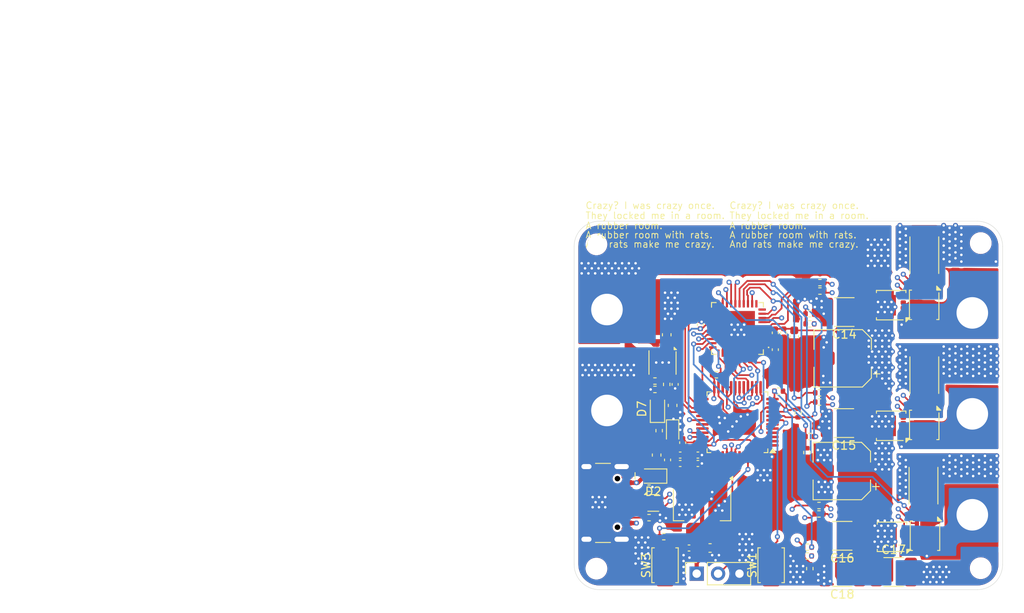
<source format=kicad_pcb>
(kicad_pcb (version 20241229) (generator "pcbnew") (generator_version "9.0")
  (layers (0 "F.Cu" mixed) (4 "In1.Cu" signal) (6 "In2.Cu" signal) (2 "B.Cu" signal) (13 "F.Paste" user) (15 "B.Paste" user) (5 "F.SilkS" user "F.Silkscreen") (7 "B.SilkS" user "B.Silkscreen") (1 "F.Mask" user) (3 "B.Mask" user) (25 "Edge.Cuts" user))
  (net 0 "")
  (net 1 "MOT1")
  (net 2 "Vin")
  (net 3 "Net-(Q1-G)")
  (net 4 "GND")
  (net 5 "Net-(Q3-G)")
  (net 6 "Net-(D2-A)")
  (net 7 "Net-(J1-D+-PadA6)")
  (net 8 "Net-(J1-D--PadA7)")
  (net 9 "Net-(J1-CC2)")
  (net 10 "Net-(J1-CC1)")
  (net 11 "SD2")
  (net 12 "In1")
  (net 13 "SD1")
  (net 14 "In2")
  (net 15 "In3")
  (net 16 "SD3")
  (net 17 "D-")
  (net 18 "D+")
  (net 19 "MOT2")
  (net 20 "Net-(Q2-G)")
  (net 21 "Net-(Q4-G)")
  (net 22 "MOT3")
  (net 23 "Net-(Q5-G)")
  (net 24 "Net-(Q6-G)")
  (net 25 "Net-(D7-A)")
  (net 26 "Net-(U9-SS{slash}TR)")
  (net 27 "Net-(U9-FB)")
  (net 28 "Net-(U9-PG)")
  (net 29 "PWM-In")
  (net 30 "V3")
  (net 31 "V1")
  (net 32 "V2")
  (net 33 "Net-(D6-A)")
  (net 34 "VNAT")
  (net 35 "SPA")
  (net 36 "SPB")
  (net 37 "SPC")
  (net 38 "GHA")
  (net 39 "GLA")
  (net 40 "GHB")
  (net 41 "GLB")
  (net 42 "GLC")
  (net 44 "GHC")
  (net 47 "SNB")
  (net 48 "SNC")
  (net 49 "SNA")
  (net 50 "Net-(U8-VCP)")
  (net 51 "Net-(U8-CPL)")
  (net 52 "Net-(U8-CPH)")
  (net 53 "+3V3")
  (net 54 "SOC")
  (net 55 "NSCS")
  (net 56 "SCLK")
  (net 57 "SOA")
  (net 58 "SDI")
  (net 59 "SOB")
  (net 60 "SDO")
  (net 65 "RST")
  (net 66 "BOOT")
  (net 76 "+5V")
  (net 77 "CAL")
  (net 78 "EN")
  (footprint "Capacitor_SMD:C_0402_1005Metric" (layer "F.Cu") (at 208.2 101.1 90)
    (property "Reference" "C6" (hide yes))
    (property "Value" "0.1uf")
  )
  (footprint "Resistor_SMD:R_0402_1005Metric" (layer "F.Cu") (at 220.85 116.3 90)
    (property "Reference" "R18" (hide yes))
    (property "Value" "10k")
  )
  (footprint "Capacitor_SMD:C_1812_4532Metric" (layer "F.Cu") (at 225.05 126.2 180)
    (property "Reference" "C16")
    (property "Value" "22uf")
  )
  (footprint "MountingHole:MountingHole_2.1mm" (layer "F.Cu") (at 195.85 130.1)
    (property "Reference" "H1" (hide yes))
    (property "Value" "MountingHole")
  )
  (footprint "Resistor_SMD:R_0402_1005Metric" (layer "F.Cu") (at 217.5 109 180)
    (property "Reference" "R21" (hide yes))
    (property "Value" "33k")
  )
  (footprint "DRV8323SRTAT:QFN50P600X600X80-41N415X415" (layer "F.Cu") (at 212.6 101.55 180)
    (property "Reference" "U8" (hide yes))
    (property "Value" "DRV8323SRTAT")
  )
  (footprint "Resistor_SMD:R_0402_1005Metric" (layer "F.Cu") (at 222.29 123.6)
    (property "Reference" "R9" (hide yes))
    (property "Value" "10")
  )
  (footprint "Capacitor_SMD:C_0402_1005Metric" (layer "F.Cu") (at 205.2 108.2 -90)
    (property "Reference" "C12" (hide yes))
    (property "Value" "3.3nf")
  )
  (footprint "Resistor_SMD:R_0402_1005Metric" (layer "F.Cu") (at 202.8 107.8)
    (property "Reference" "R12" (hide yes))
    (property "Value" "68k")
  )
  (footprint "Resistor_SMD:R_0402_1005Metric" (layer "F.Cu") (at 219.8 111.6 -90)
    (property "Reference" "R22" (hide yes))
    (property "Value" "33k")
  )
  (footprint "Resistor_SMD:R_0402_1005Metric" (layer "F.Cu") (at 202.1 120.54)
    (property "Reference" "R6" (hide yes))
    (property "Value" "5k1")
  )
  (footprint "LED_SMD:LED_0603_1608Metric" (layer "F.Cu") (at 204.9 113.9 -90)
    (property "Reference" "D6" (hide yes))
    (property "Value" "LED")
  )
  (footprint "Button_Switch_SMD:SW_Push_SPST_NO_Alps_SKRK" (layer "F.Cu") (at 216.6 129.7 90)
    (property "Reference" "SW1")
    (property "Value" "SW_Push")
  )
  (footprint "Resistor_SMD:R_0402_1005Metric" (layer "F.Cu") (at 202.8 108.8 180)
    (property "Reference" "R13" (hide yes))
    (property "Value" "22k")
  )
  (footprint "Resistor_SMD:R_0402_1005Metric" (layer "F.Cu") (at 222.35 109.2)
    (property "Reference" "R8" (hide yes))
    (property "Value" "10")
  )
  (footprint "Capacitor_SMD:C_0402_1005Metric" (layer "F.Cu") (at 218.1 102.07 -90)
    (property "Reference" "C3" (hide yes))
    (property "Value" "0.1uf")
  )
  (footprint "Diode_SMD:D_SOD-323" (layer "F.Cu") (at 202.6 119.1 180)
    (property "Reference" "D2")
    (property "Value" "D_Schottky")
  )
  (footprint "Diode_SMD:D_SOD-323" (layer "F.Cu") (at 203.1 111.1125 90)
    (property "Reference" "D7")
    (property "Value" "D_Schottky")
  )
  (footprint "Capacitor_SMD:C_0402_1005Metric" (layer "F.Cu") (at 205.8 116.6 180)
    (property "Reference" "C19" (hide yes))
    (property "Value" "100nf")
  )
  (footprint "Package_SON:VSON-8_3.3x3.3mm_P0.65mm_NexFET" (layer "F.Cu") (at 234.89 126.19 -90)
    (property "Reference" "Q6" (hide yes))
    (property "Value" "CSD17577Q3A")
  )
  (footprint "Package_TO_SOT_SMD:SOT-666" (layer "F.Cu") (at 202.6 122.29)
    (property "Reference" "U3" (hide yes))
    (property "Value" "USBLC6-2P6" (hide yes))
  )
  (footprint "Capacitor_SMD:C_0603_1608Metric" (layer "F.Cu") (at 203 116.6 90)
    (property "Reference" "C23" (hide yes))
    (property "Value" "10uf")
  )
  (footprint "Capacitor_SMD:C_0402_1005Metric" (layer "F.Cu") (at 205.8 117.6 180)
    (property "Reference" "C20" (hide yes))
    (property "Value" "100nf")
  )
  (footprint "MountingHole:MountingHole_2.1mm" (layer "F.Cu") (at 241.5 91.4)
    (property "Reference" "H3" (hide yes))
    (property "Value" "MountingHole")
  )
  (footprint "Package_SON:VSON-8_3.3x3.3mm_P0.65mm_NexFET" (layer "F.Cu") (at 234.8 113.015 -90)
    (property "Reference" "Q4" (hide yes))
    (property "Value" "CSD17577Q3A")
  )
  (footprint "Capacitor_SMD:C_0603_1608Metric" (layer "F.Cu") (at 204.9 110.7 -90)
    (property "Reference" "C7" (hide yes))
    (property "Value" "22uf")
  )
  (footprint "Package_SON:VSON-8_3.3x3.3mm_P0.65mm_NexFET" (layer "F.Cu") (at 234.79 98.74 -90)
    (property "Reference" "Q3" (hide yes))
    (property "Value" "CSD17577Q3A" (hide yes))
  )
  (footprint "Capacitor_SMD:C_0402_1005Metric" (layer "F.Cu") (at 217.1 102.07 -90)
    (property "Reference" "C4" (hide yes))
    (property "Value" "1uf")
  )
  (footprint "Connector_PinSocket_2.54mm:PinSocket_1x03_P2.54mm_Vertical" (layer "F.Cu") (at 207.76 130.7 90)
    (property "Reference" "J2" (hide yes))
    (property "Value" "Conn_01x03")
  )
  (footprint "Connector_Wire:SolderWire-4sqmm_1x02_P12mm_D3mm_OD6mm" (layer "F.Cu") (at 197.1 99.3 -90)
    (property "Reference" "J3" (hide yes))
    (property "Value" "Conn_01x02")
  )
  (footprint "Capacitor_SMD:C_0402_1005Metric" (layer "F.Cu") (at 207.9 117.6)
    (property "Reference" "C22" (hide yes))
    (property "Value" "2.2uf")
  )
  (footprint "Capacitor_SMD:C_0402_1005Metric" (layer "F.Cu") (at 207.9 116.6)
    (property "Reference" "C21" (hide yes))
    (property "Value" "100nf")
  )
  (footprint "Resistor_SMD:R_0402_1005Metric" (layer "F.Cu") (at 221.2 114.4)
    (property "Reference" "R15" (hide yes))
    (property "Value" "33k")
  )
  (footprint "Capacitor_SMD:C_0603_1608Metric" (layer "F.Cu") (at 209.35 127.65)
    (property "Reference" "C26" (hide yes))
    (property "Value" "10uf")
  )
  (footprint "Capacitor_SMD:C_1812_4532Metric" (layer "F.Cu") (at 225.25 112.8 180)
    (property "Reference" "C15")
    (property "Value" "22uf")
  )
  (footprint "Capacitor_SMD:C_0603_1608Metric" (layer "F.Cu") (at 219.35 102.55 -90)
    (property "Reference" "C2" (hide yes))
    (property "Value" "22uf")
  )
  (footprint "Capacitor_SMD:C_0402_1005Metric" (layer "F.Cu") (at 206.85 127.65 180)
    (property "Reference" "C25" (hide yes))
    (property "Value" "0u1f")
  )
  (footprint "Resistor_SMD:R_0402_1005Metric" (layer "F.Cu") (at 220.9 128.6)
    (property "Reference" "R16" (hide yes))
    (property "Value" "33k")
  )
  (footprint "Capacitor_SMD:C_0402_1005Metric" (layer "F.Cu") (at 206.1 115.12 90)
    (property "Reference" "C13" (hide yes))
    (property "Value" "100nf")
  )
  (footprint "Resistor_SMD:R_0402_1005Metric" (layer "F.Cu") (at 222.4 97.1)
    (property "Reference" "R1" (hide yes))
    (property "Value" "10")
  )
  (footprint "Resistor_SMD:R_0402_1005Metric" (layer "F.Cu") (at 210.1 107.05 180)
    (property "Reference" "R27" (hide yes))
    (property "Value" "4.7k")
  )
  (footprint "Resistor_SMD:R_0402_1005Metric" (layer "F.Cu") (at 203.85 126.3 180)
    (property "Reference" "R28" (hide yes))
    (property "Value" "10k")
  )
  (footprint "Resistor_SMD:R_2512_6332Metric" (layer "F.Cu") (at 234.8 107.1 -90)
    (property "Reference" "R25" (hide yes))
    (property "Value" "0.01")
  )
  (footprint "Capacitor_SMD:C_0402_1005Metric" (layer "F.Cu") (at 204.3 117.18 90)
    (property "Reference" "C24" (hide yes))
    (property "Value" "0u1f")
  )
  (footprint "Capacitor_SMD:C_1812_4532Metric" (layer "F.Cu") (at 225.3 99.6 180)
    (property "Reference" "C14")
    (property "Value" "22uf")
  )
  (footprint "Resistor_SMD:R_0402_1005Metric" (layer "F.Cu") (at 220.91 127.55 180)
    (property "Reference" "R20" (hide yes))
    (property "Value" "33k")
  )
  (footprint "Package_TO_SOT_SMD:SOT-223-3_TabPin2" (layer "F.Cu") (at 208.4 122.5 -90)
    (property "Reference" "U4" (hide yes))
    (property "Value" "TLV76133DCY")
  )
  (footprint "MountingHole:MountingHole_2.1mm" (layer "F.Cu") (at 195.85 91.55)
    (property "Reference" "H2" (hide yes))
    (property "Value" "MountingHole")
  )
  (footprint "Resistor_SMD:R_0402_1005Metric" (layer "F.Cu") (at 221.2 130.1 90)
    (property "Reference" "R17" (hide yes))
    (property "Value" "10k")
  )
  (footprint "Resistor_SMD:R_0402_1005Metric" (layer "F.Cu") (at 202.1 124.04)
    (property "Reference" "R5" (hide yes))
    (property "Value" "5k1")
  )
  (footprint "Button_Switch_SMD:SW_Push_SPST_NO_Alps_SKRK" (layer "F.Cu") (at 204 129.7 90)
    (property "Reference" "SW3")
    (property "Value" "SW_Push")
  )
  (footprint "MountingHole:MountingHole_2.1mm" (layer "F.Cu") (at 241.5 130.05)
    (property "Reference" "H4" (hide yes))
    (property "Value" "MountingHole")
  )
  (footprint "Package_SON:VSON-8_3.3x3.3mm_P0.65mm_NexFET" (layer "F.Cu") (at 230.86 113.13 180)
    (property "Reference" "Q2" (hide yes))
    (property "Value" "CSD17577Q3A")
  )
  (footprint "Connector_Wire:SolderWire-4sqmm_1x03_P12mm_D3mm_OD6mm" (layer "F.Cu") (at 240.5 99.7 -90)
    (property "Reference" "J4" (hide yes))
    (property "Value" "Conn_01x03")
  )
  (footprint "Connector_USB:USB_C_Receptacle_HCTL_HC-TYPE-C-16P-01A" (layer "F.Cu") (at 195.74 122.29 -90)
    (property "Reference" "J1" (hide yes))
    (property "Value" "USB_C_Receptacle_USB2.0_14P")
  )
  (footprint "Resistor_SMD:R_0402_1005Metric" (layer "F.Cu") (at 221.2 99.8 180)
    (property "Reference" "R19" (hide yes))
    (property "Value" "10k")
  )
  (footprint "Resistor_SMD:R_0402_1005Metric" (layer "F.Cu") (at 222.35 110.3)
    (property "Reference" "R7" (hide yes))
    (property "Value" "10")
  )
  (footprint "Capacitor_SMD:C_0603_1608Metric" (layer "F.Cu") (at 204.2 102.3 90)
    (property "Reference" "C11" (hide yes))
    (property "Value" "10uf")
  )
  (footprint "Resistor_SMD:R_0402_1005Metric" (layer "F.Cu") (at 204.2 108.2 90)
    (property "Reference" "R14" (hide yes))
    (property "Value" "100k")
  )
  (footprint "Capacitor_SMD:CP_Elec_6.3x7.7" (layer "F.Cu") (at 225 118.5 180)
    (property "Reference" "C10" (hide yes))
    (property "Value" "100uf" (hide yes))
  )
  (footprint "Resistor_SMD:R_0402_1005Metric" (layer "F.Cu") (at 222.4 96.1)
    (property "Reference" "R2" (hide yes))
    (property "Value" "10")
  )
  (footprint "Resistor_SMD:R_2512_6332Metric" (layer "F.Cu") (at 234.8 92.8375 -90)
    (property "Reference" "R24" (hide yes))
    (property "Value" "0.01")
  )
  (footprint "Package_QFP:LQFP-48_7x7mm_P0.5mm" (layer "F.Cu") (at 212.6 112.7 180)
    (property "Reference" "U1" (hide yes))
    (property "Value" "STM32G431CBTx")
  )
  (footprint "Resistor_SMD:R_0402_1005Metric" (layer "F.Cu") (at 222.29 122.6)
    (property "Reference" "R10" (hide yes))
    (property "Value" "10")
  )
  (footprint "Package_SON:VSON-8_3.3x3.3mm_P0.65mm_NexFET" (layer "F.Cu") (at 230.96 126.33 180)
    (property "Reference" "Q5" (hide yes))
    (property "Value" "CSD17577Q3A")
  )
  (footprint "Capacitor_SMD:CP_Elec_6.3x7.7" (layer "F.Cu") (at 225.1 105.1 180)
    (property "Reference" "C1" (hide yes))
    (property "Value" "100uf")
  )
  (footprint "Package_LGA:Texas_SIL0008D_MicroSiP-8-1EP_2.8x3mm_P0.65mm_EP1.1x1.9mm_ThermalVias" (layer "F.Cu") (at 203.7 105.6 -90)
    (property "Reference" "U9" (hide yes))
    (property "Value" "TPS82130")
  )
  (footprint "Capacitor_SMD:C_0402_1005Metric" (layer "F.Cu") (at 217.1 104.07 -90)
    (property "Reference" "C5" (hide yes))
    (property "Value" "47nf")
  )
  (footprint "Capacitor_SMD:C_1812_4532Metric" (layer "F.Cu") (at 225.05 130.5 180)
    (property "Reference" "C18")
    (property "Value" "22uf")
  )
  (footprint "Resistor_SMD:R_2512_6332Metric" (layer "F.Cu") (at 234.7 120.2375 -90)
    (property "Reference" "R26" (hide yes))
    (property "Value" "0.01")
  )
  (footprint "Resistor_SMD:R_0402_1005Metric" (layer "F.Cu") (at 203.3 113.7 -90)
    (property "Reference" "R23" (hide yes))
    (property "Value" "5.1k")
  )
  (footprint "Capacitor_SMD:C_1812_4532Metric" (layer "F.Cu") (at 231.15 130.5)
    (property "Reference" "C17")
    (property "Value" "22uf")
  )
  (footprint "Resistor_SMD:R_0402_1005Metric" (layer "F.Cu") (at 221.21 101)
    (property "Reference" "R11" (hide yes))
    (property "Value" "33k")
  )
  (footprint "Package_SON:VSON-8_3.3x3.3mm_P0.65mm_NexFET" (layer "F.Cu") (at 230.86 98.79 180)
    (property "Reference" "Q1" (hide yes))
    (property "Value" "CSD17577Q3A" (hide yes))
  )
  (gr_line (start 244.1 91.8) (end 244.1 129.6) (stroke (width 0.05)) (layer "Edge.Cuts"))
  (gr_line (start 241.1 132.6) (end 196.2 132.6) (stroke (width 0.05)) (layer "Edge.Cuts"))
  (gr_arc (start 244.1 129.6) (mid 243.22132 131.72132) (end 241.1 132.6) (stroke (width 0.05)) (layer "Edge.Cuts"))
  (gr_arc (start 193.2 91.8) (mid 194.07868 89.67868) (end 196.2 88.8) (stroke (width 0.05)) (layer "Edge.Cuts"))
  (gr_line (start 193.2 129.6) (end 193.2 91.8) (stroke (width 0.05)) (layer "Edge.Cuts"))
  (gr_arc (start 241.1 88.8) (mid 243.22132 89.67868) (end 244.1 91.8) (stroke (width 0.05)) (layer "Edge.Cuts"))
  (gr_arc (start 196.2 132.6) (mid 194.07868 131.72132) (end 193.2 129.6) (stroke (width 0.05)) (layer "Edge.Cuts"))
  (gr_line (start 196.2 88.8) (end 241.1 88.8) (stroke (width 0.05)) (layer "Edge.Cuts"))
  (gr_text "They locked me in a room." (at 211.6 88.6 0) (layer "F.SilkS") (effects (font (size 0.8 0.8) (thickness 0.1)) (justify left bottom)))
  (gr_text "A rubber room. " (at 194.5 89.8 0) (layer "F.SilkS") (effects (font (size 0.8 0.8) (thickness 0.1)) (justify left bottom)))
  (gr_text "A rubber room. " (at 211.6 89.8 0) (layer "F.SilkS") (effects (font (size 0.8 0.8) (thickness 0.1)) (justify left bottom)))
  (gr_text "A rubber room with rats." (at 194.5 90.9 0) (layer "F.SilkS") (effects (font (size 0.8 0.8) (thickness 0.1)) (justify left bottom)))
  (gr_text "Crazy? I was crazy once." (at 211.6 87.4 0) (layer "F.SilkS") (effects (font (size 0.8 0.8) (thickness 0.1)) (justify left bottom)))
  (gr_text "And rats make me crazy.\n" (at 194.5 92 0) (layer "F.SilkS") (effects (font (size 0.8 0.8) (thickness 0.1)) (justify left bottom)))
  (gr_text "And rats make me crazy.\n" (at 211.6 92 0) (layer "F.SilkS") (effects (font (size 0.8 0.8) (thickness 0.1)) (justify left bottom)))
  (gr_text "A rubber room with rats." (at 211.6 90.9 0) (layer "F.SilkS") (effects (font (size 0.8 0.8) (thickness 0.1)) (justify left bottom)))
  (gr_text "Crazy? I was crazy once." (at 194.5 87.4 0) (layer "F.SilkS") (effects (font (size 0.8 0.8) (thickness 0.1)) (justify left bottom)))
  (gr_text "They locked me in a room." (at 194.5 88.6 0) (layer "F.SilkS") (effects (font (size 0.8 0.8) (thickness 0.1)) (justify left bottom)))
  (segment (start 215.535 100.8) (end 216.11535 100.8) (width 0.2) (layer "F.Cu") (net 1))
  (segment (start 215.535 100.8) (end 216.38535 100.8) (width 0.2) (layer "F.Cu") (net 1))
  (segment (start 216.38535 100.8) (end 216.88535 100.3) (width 0.2) (layer "F.Cu") (net 1))
  (segment (start 216.88535 100.3) (end 217.85 100.3) (width 0.2) (layer "F.Cu") (net 1))
  (via (at 232.1 101.1) (size 0.6) (drill 0.3) (layers "F.Cu" "B.Cu") (net 1))
  (via (at 217.85 100.3) (size 0.6) (drill 0.3) (layers "F.Cu" "B.Cu") (net 1))
  (via (at 221.72 101) (size 0.6) (drill 0.3) (layers "F.Cu" "B.Cu") (net 1))
  (segment (start 204.675 103.55) (end 204.2 103.075) (width 0.5) (layer "F.Cu") (net 2))
  (segment (start 229.8 101.8) (end 229.775 101.775) (width 0.2) (layer "F.Cu") (net 2))
  (segment (start 200.875 103.075) (end 197.1 99.3) (width 0.5) (layer "F.Cu") (net 2))
  (segment (start 219.35 101.525) (end 219.075 101.525) (width 0.2) (layer "F.Cu") (net 2))
  (segment (start 217.1 101.59) (end 218.1 101.59) (width 0.2) (layer "F.Cu") (net 2))
  (segment (start 216.020524 102.3) (end 215.535 102.3) (width 0.2) (layer "F.Cu") (net 2))
  (segment (start 217.1 101.59) (end 216.730524 101.59) (width 0.2) (layer "F.Cu") (net 2))
  (segment (start 229.775 101.775) (end 219.35 101.775) (width 0.2) (layer "F.Cu") (net 2))
  (segment (start 204.675 104.5375) (end 204.076 104.5375) (width 0.5) (layer "F.Cu") (net 2))
  (segment (start 204.675 104.5375) (end 204.675 103.55) (width 0.5) (layer "F.Cu") (net 2))
  (segment (start 216.730524 101.59) (end 216.020524 102.3) (width 0.2) (layer "F.Cu") (net 2))
  (segment (start 204.025 103.25) (end 204.2 103.075) (width 0.2) (layer "F.Cu") (net 2))
  (segment (start 218.1 101.59) (end 219.165 101.59) (width 0.2) (layer "F.Cu") (net 2))
  (segment (start 219.165 101.59) (end 219.35 101.775) (width 0.2) (layer "F.Cu") (net 2))
  (segment (start 204.2 103.075) (end 200.875 103.075) (width 0.5) (layer "F.Cu") (net 2))
  (via (at 228.2 105.6) (size 0.6) (drill 0.3) (layers "F.Cu" "B.Cu") (net 2))
  (via (at 196.5 95) (size 0.6) (drill 0.3) (layers "F.Cu" "B.Cu") (net 2))
  (via (at 229.8 116.4) (size 0.6) (drill 0.3) (layers "F.Cu" "B.Cu") (net 2))
  (via (at 228.1 94.1) (size 0.6) (drill 0.3) (layers "F.Cu" "B.Cu") (net 2))
  (via (at 229.8 105.6) (size 0.6) (drill 0.3) (layers "F.Cu" "B.Cu") (net 2))
  (via (at 194.1 93.8) (size 0.6) (drill 0.3) (layers "F.Cu" "B.Cu") (net 2))
  (via (at 228.9 126.9) (size 0.6) (drill 0.3) (layers "F.Cu" "B.Cu") (net 2))
  (via (at 229.4 113.2) (size 0.6) (drill 0.3) (layers "F.Cu" "B.Cu") (net 2))
  (via (at 231 115.8) (size 0.6) (drill 0.3) (layers "F.Cu" "B.Cu") (net 2))
  (via (at 194.5 94.4) (size 0.6) (drill 0.3) (layers "F.Cu" "B.Cu") (net 2))
  (via (at 200.1 94.4) (size 0.6) (drill 0.3) (layers "F.Cu" "B.Cu") (net 2))
  (via (at 230.6 117.1) (size 0.6) (drill 0.3) (layers "F.Cu" "B.Cu") (net 2))
  (via (at 230.6 108.7) (size 0.6) (drill 0.3) (layers "F.Cu" "B.Cu") (net 2))
  (via (at 230.2 113.2) (size 0.6) (drill 0.3) (layers "F.Cu" "B.Cu") (net 2))
  (via (at 230.6 118.3) (size 0.6) (drill 0.3) (layers "F.Cu" "B.Cu") (net 2))
  (via (at 230.5 94.1) (size 0.6) (drill 0.3) (layers "F.Cu" "B.Cu") (net 2))
  (via (at 230.9 124.4) (size 0.6) (drill 0.3) (layers "F.Cu" "B.Cu") (net 2))
  (via (at 198.1 93.8) (size 0.6) (drill 0.3) (layers "F.Cu" "B.Cu") (net 2))
  (via (at 229.8 112.6) (size 0.6) (drill 0.3) (layers "F.Cu" "B.Cu") (net 2))
  (via (at 196.9 94.4) (size 0.6) (drill 0.3) (layers "F.Cu" "B.Cu") (net 2))
  (via (at 230.5 92.9) (size 0.6) (drill 0.3) (layers "F.Cu" "B.Cu") (net 2))
  (via (at 230.2 106.2) (size 0.6) (drill 0.3) (layers "F.Cu" "B.Cu") (net 2))
  (via (at 229.4 117.7) (size 0.6) (drill 0.3) (layers "F.Cu" "B.Cu") (net 2))
  (via (at 230.9 125.6) (size 0.6) (drill 0.3) (layers "F.Cu" "B.Cu") (net 2))
  (via (at 229.3 125.6) (size 0.6) (drill 0.3) (layers "F.Cu" "B.Cu") (net 2))
  (via (at 228.2 103) (size 0.6) (drill 0.3) (layers "F.Cu" "B.Cu") (net 2))
  (via (at 229.8 104.9) (size 0.6) (drill 0.3) (layers "F.Cu" "B.Cu") (net 2))
  (via (at 228.5 93.5) (size 0.6) (drill 0.3) (layers "F.Cu" "B.Cu") (net 2))
  (via (at 229.4 106.2) (size 0.6) (drill 0.3) (layers "F.Cu" "B.Cu") (net 2))
  (via (at 228.1 91) (size 0.6) (drill 0.3) (layers "F.Cu" "B.Cu") (net 2))
  (via (at 228.9 92.9) (size 0.6) (drill 0.3) (layers "F.Cu" "B.Cu") (net 2))
  (via (at 230.2 108.1) (size 0.6) (drill 0.3) (layers "F.Cu" "B.Cu") (net 2))
  (via (at 230.5 92.2) (size 0.6) (drill 0.3) (layers "F.Cu" "B.Cu") (net 2))
  (via (at 230.6 104.9) (size 0.6) (drill 0.3) (layers "F.Cu" "B.Cu") (net 2))
  (via (at 230.9 127.5) (size 0.6) (drill 0.3) (layers "F.Cu" "B.Cu") (net 2))
  (via (at 231 113.2) (size 0.6) (drill 0.3) (layers "F.Cu" "B.Cu") (net 2))
  (via (at 229.7 92.2) (size 0.6) (drill 0.3) (layers "F.Cu" "B.Cu") (net 2))
  (via (at 229.3 99.6) (size 0.6) (drill 0.3) (layers "F.Cu" "B.Cu") (net 2))
  (via (at 229.7 125) (size 0.6) (drill 0.3) (layers "F.Cu" "B.Cu") (net 2))
  (via (at 228.2 103.7) (size 0.6) (drill 0.3) (layers "F.Cu" "B.Cu") (net 2))
  (via (at 230.6 107.5) (size 0.6) (drill 0.3) (layers "F.Cu" "B.Cu") (net 2))
  (via (at 229.8 103) (size 0.6) (drill 0.3) (layers "F.Cu" "B.Cu") (net 2))
  (via (at 230.6 103) (size 0.6) (drill 0.3) (layers "F.Cu" "B.Cu") (net 2))
  (via (at 230.1 127.5) (size 0.6) (drill 0.3) (layers "F.Cu" "B.Cu") (net 2))
  (via (at 230.5 126.9) (size 0.6) (drill 0.3) (layers "F.Cu" "B.Cu") (net 2))
  (via (at 230.6 106.8) (size 0.6) (drill 0.3) (layers "F.Cu" "B.Cu") (net 2))
  (via (at 229.8 107.5) (size 0.6) (drill 0.3) (layers "F.Cu" "B.Cu") (net 2))
  (via (at 230.1 124.4) (size 0.6) (drill 0.3) (layers "F.Cu" "B.Cu") (net 2))
  (via (at 229 106.8) (size 0.6) (drill 0.3) (layers "F.Cu" "B.Cu") (net 2))
  (via (at 229.3 126.3) (size 0.6) (drill 0.3) (layers "F.Cu" "B.Cu") (net 2))
  (via (at 230.2 115.8) (size 0.6) (drill 0.3) (layers "F.Cu" "B.Cu") (net 2))
  (via (at 230.1 126.3) (size 0.6) (drill 0.3) (layers "F.Cu" "B.Cu") (net 2))
  (via (at 197.3 93.8) (size 0.6) (drill 0.3) (layers "F.Cu" "B.Cu") (net 2))
  (via (at 230.6 115.2) (size 0.6) (drill 0.3) (layers "F.Cu" "B.Cu") (net 2))
  (via (at 230.2 112) (size 0.6) (drill 0.3) (layers "F.Cu" "B.Cu") (net 2))
  (via (at 199.3 94.4) (size 0.6) (drill 0.3) (layers "F.Cu" "B.Cu") (net 2))
  (via (at 228.9 94.1) (size 0.6) (drill 0.3) (layers "F.Cu" "B.Cu") (net 2))
  (via (at 228.5 91.6) (size 0.6) (drill 0.3) (layers "F.Cu" "B.Cu") (net 2))
  (via (at 229 117.1) (size 0.6) (drill 0.3) (layers "F.Cu" "B.Cu") (net 2))
  (via (at 229.8 115.2) (size 0.6) (drill 0.3) (layers "F.Cu" "B.Cu") (net 2))
  (via (at 230.1 91.6) (size 0.6) (drill 0.3) (layers "F.Cu" "B.Cu") (net 2))
  (via (at 230.9 98.4) (size 0.6) (drill 0.3) (layers "F.Cu" "B.Cu") (net 2))
  (via (at 231.3 99) (size 0.6) (drill 0.3) (layers "F.Cu" "B.Cu") (net 2))
  (via (at 229.3 98.4) (size 0.6) (drill 0.3) (layers "F.Cu" "B.Cu") (net 2))
  (via (at 195.7 93.8) (size 0.6) (drill 0.3) (layers "F.Cu" "B.Cu") (net 2))
  (via (at 231 102.4) (size 0.6) (drill 0.3) (layers "F.Cu" "B.Cu") (net 2))
  (via (at 200.5 93.8) (size 0.6) (drill 0.3) (layers "F.Cu" "B.Cu") (net 2))
  (via (at 230.9 99.6) (size 0.6) (drill 0.3) (layers "F.Cu" "B.Cu") (net 2))
  (via (at 228.6 113.2) (size 0.6) (drill 0.3) (layers "F.Cu" "B.Cu") (net 2))
  (via (at 231 106.2) (size 0.6) (drill 0.3) (layers "F.Cu" "B.Cu") (net 2))
  (via (at 229 103) (size 0.6) (drill 0.3) (layers "F.Cu" "B.Cu") (net 2))
  (via (at 229.4 102.4) (size 0.6) (drill 0.3) (layers "F.Cu" "B.Cu") (net 2))
  (via (at 229.8 117.1) (size 0.6) (drill 0.3) (layers "F.Cu" "B.Cu") (net 2))
  (via (at 228.2 104.9) (size 0.6) (drill 0.3) (layers "F.Cu" "B.Cu") (net 2))
  (via (at 228.1 92.9) (size 0.6) (drill 0.3) (layers "F.Cu" "B.Cu") (net 2))
  (via (at 199.7 95) (size 0.6) (drill 0.3) (layers "F.Cu" "B.Cu") (net 2))
  (via (at 231 117.7) (size 0.6) (drill 0.3) (layers "F.Cu" "B.Cu") (net 2))
  (via (at 229 104.9) (size 0.6) (drill 0.3) (layers "F.Cu" "B.Cu") (net 2))
  (via (at 195.3 94.4) (size 0.6) (drill 0.3) (layers "F.Cu" "B.Cu") (net 2))
  (via (at 229.7 94.1) (size 0.6) (drill 0.3) (layers "F.Cu" "B.Cu") (net 2))
  (via (at 231 108.1) (size 0.6) (drill 0.3) (layers "F.Cu" "B.Cu") (net 2))
  (via (at 231 112) (size 0.6) (drill 0.3) (layers "F.Cu" "B.Cu") (net 2))
  (via (at 198.1 95) (size 0.6) (drill 0.3) (layers "F.Cu" "B.Cu") (net 2))
  (via (at 230.5 125) (size 0.6) (drill 0.3) (layers "F.Cu" "B.Cu") (net 2))
  (via (at 228.9 125) (size 0.6) (drill 0.3) (layers "F.Cu" "B.Cu") (net 2))
  (via (at 228.6 106.2) (size 0.6) (drill 0.3) (layers "F.Cu" "B.Cu") (net 2))
  (via (at 230.1 99.6) (size 0.6) (drill 0.3) (layers "F.Cu" "B.Cu") (net 2))
  (via (at 195.7 95) (size 0.6) (drill 0.3) (layers "F.Cu" "B.Cu") (net 2))
  (via (at 198.9 95) (size 0.6) (drill 0.3) (layers "F.Cu" "B.Cu") (net 2))
  (via (at 228.9 92.2) (size 0.6) (drill 0.3) (layers "F.Cu" "B.Cu") (net 2))
  (via (at 196.5 93.8) (size 0.6) (drill 0.3) (layers "F.Cu" "B.Cu") (net 2))
  (via (at 194.1 95) (size 0.6) (drill 0.3) (layers "F.Cu" "B.Cu") (net 2))
  (via (at 229.4 104.3) (size 0.6) (drill 0.3) (layers "F.Cu" "B.Cu") (net 2))
  (via (at 199.7 93.8) (size 0.6) (drill 0.3) (layers "F.Cu" "B.Cu") (net 2))
  (via (at 200.5 95) (size 0.6) (drill 0.3) (layers "F.Cu" "B.Cu") (net 2))
  (via (at 230.5 99) (size 0.6) (drill 0.3) (layers "F.Cu" "B.Cu") (net 2))
  (via (at 229.7 91) (size 0.6) (drill 0.3) (layers "F.Cu" "B.Cu") (net 2))
  (via (at 197.7 94.4) (size 0.6) (drill 0.3) (layers "F.Cu" "B.Cu") (net 2))
  (via (at 229.8 103.7) (size 0.6) (drill 0.3) (layers "F.Cu" "B.Cu") (net 2))
  (via (at 229.8 106.8) (size 0.6) (drill 0.3) (layers "F.Cu" "B.Cu") (net 2))
  (via (at 229.3 91.6) (size 0.6) (drill 0.3) (layers "F.Cu" "B.Cu") (net 2))
  (via (at 229.8 118.3) (size 0.6) (drill 0.3) (layers "F.Cu" "B.Cu") (net 2))
  (via (at 229 116.4) (size 0.6) (drill 0.3) (layers "F.Cu" "B.Cu") (net 2))
  (via (at 229.8 101.8) (size 0.6) (drill 0.3) (layers "F.Cu" "B.Cu") (net 2))
  (via (at 228.9 91) (size 0.6) (drill 0.3) (layers "F.Cu" "B.Cu") (net 2))
  (via (at 197.3 95) (size 0.6) (drill 0.3) (layers "F.Cu" "B.Cu") (net 2))
  (via (at 229.7 126.9) (size 0.6) (drill 0.3) (layers "F.Cu" "B.Cu") (net 2))
  (via (at 230.9 126.3) (size 0.6) (drill 0.3) (layers "F.Cu" "B.Cu") (net 2))
  (via (at 230.6 105.6) (size 0.6) (drill 0.3) (layers "F.Cu" "B.Cu") (net 2))
  (via (at 230.1 93.5) (size 0.6) (drill 0.3) (layers "F.Cu" "B.Cu") (net 2))
  (via (at 230.1 125.6) (size 0.6) (drill 0.3) (layers "F.Cu" "B.Cu") (net 2))
  (via (at 229.4 115.8) (size 0.6) (drill 0.3) (layers "F.Cu" "B.Cu") (net 2))
  (via (at 229.7 92.9) (size 0.6) (drill 0.3) (layers "F.Cu" "B.Cu") (net 2))
  (via (at 230.6 101.8) (size 0.6) (drill 0.3) (layers "F.Cu" "B.Cu") (net 2))
  (via (at 229 112.6) (size 0.6) (drill 0.3) (layers "F.Cu" "B.Cu") (net 2))
  (via (at 230.1 98.4) (size 0.6) (drill 0.3) (layers "F.Cu" "B.Cu") (net 2))
  (via (at 228.6 104.3) (size 0.6) (drill 0.3) (layers "F.Cu" "B.Cu") (net 2))
  (via (at 194.9 95) (size 0.6) (drill 0.3) (layers "F.Cu" "B.Cu") (net 2))
  (via (at 230.2 117.7) (size 0.6) (drill 0.3) (layers "F.Cu" "B.Cu") (net 2))
  (via (at 230.6 112.6) (size 0.6) (drill 0.3) (layers "F.Cu" "B.Cu") (net 2))
  (via (at 228.1 92.2) (size 0.6) (drill 0.3) (layers "F.Cu" "B.Cu") (net 2))
  (via (at 229 118.3) (size 0.6) (drill 0.3) (layers "F.Cu" "B.Cu") (net 2))
  (via (at 230.6 116.4) (size 0.6) (drill 0.3) (layers "F.Cu" "B.Cu") (net 2))
  (via (at 229.3 124.4) (size 0.6) (drill 0.3) (layers "F.Cu" "B.Cu") (net 2))
  (via (at 228.2 101.8) (size 0.6) (drill 0.3) (layers "F.Cu" "B.Cu") (net 2))
  (via (at 230.2 104.3) (size 0.6) (drill 0.3) (layers "F.Cu" "B.Cu") (net 2))
  (via (at 230.6 103.7) (size 0.6) (drill 0.3) (layers "F.Cu" "B.Cu") (net 2))
  (via (at 229 115.2) (size 0.6) (drill 0.3) (layers "F.Cu" "B.Cu") (net 2))
  (via (at 200.9 94.4) (size 0.6) (drill 0.3) (layers "F.Cu" "B.Cu") (net 2))
  (via (at 229 103.7) (size 0.6) (drill 0.3) (layers "F.Cu" "B.Cu") (net 2))
  (via (at 229.7 99) (size 0.6) (drill 0.3) (layers "F.Cu" "B.Cu") (net 2))
  (via (at 231 104.3) (size 0.6) (drill 0.3) (layers "F.Cu" "B.Cu") (net 2))
  (via (at 198.9 93.8) (size 0.6) (drill 0.3) (layers "F.Cu" "B.Cu") (net 2))
  (via (at 229.4 112) (size 0.6) (drill 0.3) (layers "F.Cu" "B.Cu") (net 2))
  (via (at 230.2 102.4) (size 0.6) (drill 0.3) (layers "F.Cu" "B.Cu") (net 2))
  (via (at 231.3 126.9) (size 0.6) (drill 0.3) (layers "F.Cu" "B.Cu") (net 2))
  (via (at 194.9 93.8) (size 0.6) (drill 0.3) (layers "F.Cu" "B.Cu") (net 2))
  (via (at 228.6 102.4) (size 0.6) (drill 0.3) (layers "F.Cu" "B.Cu") (net 2))
  (via (at 229 101.8) (size 0.6) (drill 0.3) (layers "F.Cu" "B.Cu") (net 2))
  (via (at 198.5 94.4) (size 0.6) (drill 0.3) (layers "F.Cu" "B.Cu") (net 2))
  (via (at 228.6 112) (size 0.6) (drill 0.3) (layers "F.Cu" "B.Cu") (net 2))
  (via (at 229.3 93.5) (size 0.6) (drill 0.3) (layers "F.Cu" "B.Cu") (net 2))
  (via (at 229 105.6) (size 0.6) (drill 0.3) (layers "F.Cu" "B.Cu") (net 2))
  (via (at 196.1 94.4) (size 0.6) (drill 0.3) (layers "F.Cu" "B.Cu") (net 2))
  (via (at 231.3 125) (size 0.6) (drill 0.3) (layers "F.Cu" "B.Cu") (net 2))
  (via (at 230.5 91) (size 0.6) (drill 0.3) (layers "F.Cu" "B.Cu") (net 2))
  (via (at 229.3 127.5) (size 0.6) (drill 0.3) (layers "F.Cu" "B.Cu") (net 2))
  (segment (start 232.3 97.1) (end 231.6 96.4) (width 0.2) (layer "F.Cu") (net 3))
  (segment (start 223.85 97.3) (end 223.11 97.3) (width 0.2) (layer "F.Cu") (net 3))
  (segment (start 232.3 97.76) (end 232.3 97.1) (width 0.2) (layer "F.Cu") (net 3))
  (segment (start 223.11 97.3) (end 222.91 97.1) (width 0.2) (layer "F.Cu") (net 3))
  (via (at 231.6 96.4) (size 0.6) (drill 0.3) (layers "F.Cu" "B.Cu") (net 3))
  (via (at 223.85 97.3) (size 0.6) (drill 0.3) (layers "F.Cu" "B.Cu") (net 3))
  (segment (start 202.301 120.849) (end 202.61 120.54) (width 0.2) (layer "F.Cu") (net 4))
  (segment (start 206.561 115.101) (end 207.3319 115.101) (width 0.2) (layer "F.Cu") (net 4))
  (segment (start 208.4375 114.95) (end 209.208824 114.95) (width 0.2) (layer "F.Cu") (net 4))
  (segment (start 210.85 103.3) (end 211.075 103.075) (width 0.2) (layer "F.Cu") (net 4))
  (segment (start 212.35 109.400057) (end 212.35 108.5375) (width 0.2) (layer "F.Cu") (net 4))
  (segment (start 214.85 116.8625) (end 214.85 118.3) (width 0.2) (layer "F.Cu") (net 4))
  (segment (start 207.3319 115.101) (end 207.4829 114.95) (width 0.2) (layer "F.Cu") (net 4))
  (segment (start 202.023358 122.29) (end 202.301 122.012358) (width 0.2) (layer "F.Cu") (net 4))
  (segment (start 210.35 109.600057) (end 210.899 110.149057) (width 0.2) (layer "F.Cu") (net 4))
  (segment (start 211.575 102.575) (end 212.175 101.975) (width 0.2) (layer "F.Cu") (net 4))
  (segment (start 207.4829 114.95) (end 208.4375 114.95) (width 0.2) (layer "F.Cu") (net 4))
  (segment (start 209.208824 114.95) (end 211.979412 112.179412) (width 0.2) (layer "F.Cu") (net 4))
  (segment (start 202.023358 122.29) (end 202.61 122.876642) (width 0.2) (layer "F.Cu") (net 4))
  (segment (start 211.979412 112.179412) (end 212.199 111.959824) (width 0.2) (layer "F.Cu") (net 4))
  (segment (start 203.375 104.5375) (end 203.375 105.275) (width 0.3) (layer "F.Cu") (net 4))
  (segment (start 201.675 122.29) (end 202.023358 122.29) (width 0.2) (layer "F.Cu") (net 4))
  (segment (start 212.175 101.975) (end 212.6 101.55) (width 0.2) (layer "F.Cu") (net 4))
  (segment (start 203.375 105.275) (end 203.7 105.6) (width 0.3) (layer "F.Cu") (net 4))
  (segment (start 202.301 122.012358) (end 202.301 120.849) (width 0.2) (layer "F.Cu") (net 4))
  (segment (start 210.85 104.485) (end 210.85 103.3) (width 0.2) (layer "F.Cu") (net 4))
  (segment (start 211.075 103.075) (end 211.575 102.575) (width 0.2) (layer "F.Cu") (net 4))
  (segment (start 210.899 111.148943) (end 211.929469 112.179412) (width 0.2) (layer "F.Cu") (net 4))
  (segment (start 202.61 122.876642) (end 202.61 124.04) (width 0.2) (layer "F.Cu") (net 4))
  (segment (start 208.2 100.62) (end 208.34 100.76) (width 0.2) (layer "F.Cu") (net 4))
  (segment (start 210.35 108.5375) (end 210.35 109.600057) (width 0.2) (layer "F.Cu") (net 4))
  (segment (start 212.199 111.959824) (end 212.199 109.551057) (width 0.2) (layer "F.Cu") (net 4))
  (segment (start 214.781 103.731) (end 212.6 101.55) (width 0.2) (layer "F.Cu") (net 4))
  (segment (start 214.781 104.416) (end 214.781 103.731) (width 0.2) (layer "F.Cu") (net 4))
  (segment (start 208.34 100.76) (end 208.38 100.8) (width 0.2) (layer "F.Cu") (net 4))
  (segment (start 206.1 114.64) (end 206.561 115.101) (width 0.2) (layer "F.Cu") (net 4))
  (segment (start 212.199 109.551057) (end 212.35 109.400057) (width 0.2) (layer "F.Cu") (net 4))
  (segment (start 210.899 110.149057) (end 210.899 111.148943) (width 0.2) (layer "F.Cu") (net 4))
  (segment (start 214.85 104.485) (end 214.781 104.416) (width 0.2) (layer "F.Cu") (net 4))
  (segment (start 211.929469 112.179412) (end 211.979412 112.179412) (width 0.2) (layer "F.Cu") (net 4))
  (via (at 231.9 93.3) (size 0.6) (drill 0.3) (layers "F.Cu" "B.Cu") (net 4))
  (via (at 205.8 112.9) (size 0.6) (drill 0.3) (layers "F.Cu" "B.Cu") (net 4))
  (via (at 238.5 118) (size 0.6) (drill 0.3) (layers "F.Cu" "B.Cu") (net 4))
  (via (at 237.8 106.4) (size 0.6) (drill 0.3) (layers "F.Cu" "B.Cu") (net 4))
  (via (at 212.85 127.2) (size 0.6) (drill 0.3) (layers "F.Cu" "B.Cu") (net 4))
  (via (at 202 126.4) (size 0.6) (drill 0.3) (layers "F.Cu" "B.Cu") (net 4))
  (via (at 219.65 129.8) (size 0.6) (drill 0.3) (layers "F.Cu" "B.Cu") (net 4))
  (via (at 195.75 122.2) (size 0.6) (drill 0.3) (layers "F.Cu" "B.Cu") (net 4))
  (via (at 240.6 107.2) (size 0.6) (drill 0.3) (layers "F.Cu" "B.Cu") (net 4))
  (via (at 239.2 93.6) (size 0.6) (drill 0.3) (layers "F.Cu" "B.Cu") (net 4))
  (via (at 232.6 91.3) (size 0.6) (drill 0.3) (layers "F.Cu" "B.Cu") (net 4))
  (via (at 237.1 117.2) (size 0.6) (drill 0.3) (layers "F.Cu" "B.Cu") (net 4))
  (via (at 237.1 90.9) (size 0.6) (drill 0.3) (layers "F.Cu" "B.Cu") (net 4))
  (via (at 198.8 107.1) (size 0.6) (drill 0.3) (layers "F.Cu" "B.Cu") (net 4))
  (via (at 237 131.7) (size 0.6) (drill 0.3) (layers "F.Cu" "B.Cu") (net 4))
  (via (at 238.5 90.9) (size 0.6) (drill 0.3) (layers "F.Cu" "B.Cu") (net 4))
  (via (at 205.8 112.2) (size 0.6) (drill 0.3) (layers "F.Cu" "B.Cu") (net 4))
  (via (at 206.85 123.1) (size 0.6) (drill 0.3) (layers "F.Cu" "B.Cu") (net 4))
  (via (at 214 126.6) (size 0.6) (drill 0.3) (layers "F.Cu" "B.Cu") (net 4))
  (via (at 234.7 131.7) (size 0.6) (drill 0.3) (layers "F.Cu" "B.Cu") (net 4))
  (via (at 214.35 127.9) (size 0.6) (drill 0.3) (layers "F.Cu" "B.Cu") (net 4))
  (via (at 218.9 128.6) (size 0.6) (drill 0.3) (layers "F.Cu" "B.Cu") (net 4))
  (via (at 197.25 105.9) (size 0.6) (drill 0.3) (layers "F.Cu" "B.Cu") (net 4))
  (via (at 219.25 129.2) (size 0.6) (drill 0.3) (layers "F.Cu" "B.Cu") (net 4))
  (via (at 205.15 97.9) (size 0.6) (drill 0.3) (layers "F.Cu" "B.Cu") (net 4))
  (via (at 238.5 106.1) (size 0.6) (drill 0.3) (layers "F.Cu" "B.Cu") (net 4))
  (via (at 200.5 128.3) (size 0.6) (drill 0.3) (layers "F.Cu" "B.Cu") (net 4))
  (via (at 204 97.3) (size 0.6) (drill 0.3) (layers "F.Cu" "B.Cu") (net 4))
  (via (at 243.4 106.4) (size 0.6) (drill 0.3) (layers "F.Cu" "B.Cu") (net 4))
  (via (at 237.8 117.5) (size 0.6) (drill 0.3) (layers "F.Cu" "B.Cu") (net 4))
  (via (at 232.6 107.3) (size 0.6) (drill 0.3) (layers "F.Cu" "B.Cu") (net 4))
  (via (at 213.6 127.9) (size 0.6) (drill 0.3) (layers "F.Cu" "B.Cu") (net 4))
  (via (at 239.9 104.5) (size 0.6) (drill 0.3) (layers "F.Cu" "B.Cu") (net 4))
  (via (at 231.9 120.8) (size 0.6) (drill 0.3) (layers "F.Cu" "B.Cu") (net 4))
  (via (at 240.6 105.6) (size 0.6) (drill 0.3) (layers "F.Cu" "B.Cu") (net 4))
  (via (at 210 123.2) (size 0.6) (drill 0.3) (layers "F.Cu" "B.Cu") (net 4))
  (via (at 222.8 107.2) (size 0.6) (drill 0.3) (layers "F.Cu" "B.Cu") (net 4))
  (via (at 242 107.2) (size 0.6) (drill 0.3) (layers "F.Cu" "B.Cu") (net 4))
  (via (at 213.8 111.8) (size 0.6) (drill 0.3) (layers "F.Cu" "B.Cu") (net 4))
  (via (at 239.2 105.6) (size 0.6) (drill 0.3) (layers "F.Cu" "B.Cu") (net 4))
  (via (at 239.9 103.7) (size 0.6) (drill 0.3) (layers "F.Cu" "B.Cu") (net 4))
  (via (at 214 128.5) (size 0.6) (drill 0.3) (layers "F.Cu" "B.Cu") (net 4))
  (via (at 222.2 130.8) (size 0.6) (drill 0.3) (layers "F.Cu" "B.Cu") (net 4))
  (via (at 237.1 92.5) (size 0.6) (drill 0.3) (layers "F.Cu" "B.Cu") (net 4))
  (via (at 238.5 104.5) (size 0.6) (drill 0.3) (layers "F.Cu" "B.Cu") (net 4))
  (via (at 239.9 105.3) (size 0.6) (drill 0.3) (layers "F.Cu" "B.Cu") (net 4))
  (via (at 239.9 117.2) (size 0.6) (drill 0.3) (layers "F.Cu" "B.Cu") (net 4))
  (via (at 204.75 100.4) (size 0.6) (drill 0.3) (layers "F.Cu" "B.Cu") (net 4))
  (via (at 239.2 118.3) (size 0.6) (drill 0.3) (layers "F.Cu" "B.Cu") (net 4))
  (via (at 243.4 119.1) (size 0.6) (drill 0.3) (layers "F.Cu" "B.Cu") (net 4))
  (via (at 206.2 129.9) (size 0.6) (drill 0.3) (layers "F.Cu" "B.Cu") (net 4))
  (via (at 200.3 105.9) (size 0.6) (drill 0.3) (layers "F.Cu" "B.Cu") (net 4))
  (via (at 199.95 106.5) (size 0.6) (drill 0.3) (layers "F.Cu" "B.Cu") (net 4))
  (via (at 239.9 118.8) (size 0.6) (drill 0.3) (layers "F.Cu" "B.Cu") (net 4))
  (via (at 202 128.3) (size 0.6) (drill 0.3) (layers "F.Cu" "B.Cu") (net 4))
  (via (at 195.35 106.5) (size 0.6) (drill 0.3) (layers "F.Cu" "B.Cu") (net 4))
  (via (at 213.4 101.1) (size 0.6) (drill 0.3) (layers "F.Cu" "B.Cu") (net 4))
  (via (at 242.7 104.5) (size 0.6) (drill 0.3) (layers "F.Cu" "B.Cu") (net 4))
  (via (at 232.6 105.7) (size 0.6) (drill 0.3) (layers "F.Cu" "B.Cu") (net 4))
  (via (at 204.1 124.1) (size 0.6) (drill 0.3) (layers "F.Cu" "B.Cu") (net 4))
  (via (at 194.55 106.5) (size 0.6) (drill 0.3) (layers "F.Cu" "B.Cu") (net 4))
  (via (at 243.4 104.8) (size 0.6) (drill 0.3) (layers "F.Cu" "B.Cu") (net 4))
  (via (at 237.1 91.7) (size 0.6) (drill 0.3) (layers "F.Cu" "B.Cu") (net 4))
  (via (at 223.3 116.6) (size 0.6) (drill 0.3) (layers "F.Cu" "B.Cu") (net 4))
  (via (at 236.25 131.7) (size 0.6) (drill 0.3) (layers "F.Cu" "B.Cu") (net 4))
  (via (at 208.38 116.6) (size 0.6) (drill 0.3) (layers "F.Cu" "B.Cu") (net 4))
  (via (at 231.9 119.2) (size 0.6) (drill 0.3) (layers "F.Cu" "B.Cu") (net 4))
  (via (at 222.25 119.8) (size 0.6) (drill 0.3) (layers "F.Cu" "B.Cu") (net 4))
  (via (at 232.6 92.9) (size 0.6) (drill 0.3) (layers "F.Cu" "B.Cu") (net 4))
  (via (at 199.15 106.5) (size 0.6) (drill 0.3) (layers "F.Cu" "B.Cu") (net 4))
  (via (at 204.35 99.8) (size 0.6) (drill 0.3) (layers "F.Cu" "B.Cu") (net 4))
  (via (at 232.6 104.9) (size 0.6) (drill 0.3) (layers "F.Cu" "B.Cu") (net 4))
  (via (at 222.9 130.5) (size 0.6) (drill 0.3) (layers "F.Cu" "B.Cu") (net 4))
  (via (at 210.5 112.8) (size 0.6) (drill 0.3) (layers "F.Cu" "B.Cu") (net 4))
  (via (at 242.7 106.1) (size 0.6) (drill 0.3) (layers "F.Cu" "B.Cu") (net 4))
  (via (at 205.5 99.2) (size 0.6) (drill 0.3) (layers "F.Cu" "B.Cu") (net 4))
  (via (at 239.2 90.4) (size 0.6) (drill 0.3) (layers "F.Cu" "B.Cu") (net 4))
  (via (at 222.7 111.4) (size 0.6) (drill 0.3) (layers "F.Cu" "B.Cu") (net 4))
  (via (at 205.15 99.8) (size 0.6) (drill 0.3) (layers "F.Cu" "B.Cu") (net 4))
  (via (at 222.3 113.3) (size 0.6) (drill 0.3) (layers "F.Cu" "B.Cu") (net 4))
  (via (at 204.75 99.2) (size 0.6) (drill 0.3) (layers "F.Cu" "B.Cu") (net 4))
  (via (at 239.9 106.1) (size 0.6) (drill 0.3) (layers "F.Cu" "B.Cu") (net 4))
  (via (at 236.25 130.5) (size 0.6) (drill 0.3) (layers "F.Cu" "B.Cu") (net 4))
  (via (at 240.6 104.8) (size 0.6) (drill 0.3) (layers "F.Cu" "B.Cu") (net 4))
  (via (at 220.6 98.05) (size 0.6) (drill 0.3) (layers "F.Cu" "B.Cu") (net 4))
  (via (at 231.9 105.3) (size 0.6) (drill 0.3) (layers "F.Cu" "B.Cu") (net 4))
  (via (at 212 113.2) (size 0.6) (drill 0.3) (layers "F.Cu" "B.Cu") (net 4))
  (via (at 202 129.5) (size 0.6) (drill 0.3) (layers "F.Cu" "B.Cu") (net 4))
  (via (at 237.8 105.6) (size 0.6) (drill 0.3) (layers "F.Cu" "B.Cu") (net 4))
  (via (at 242 117.5) (size 0.6) (drill 0.3) (layers "F.Cu" "B.Cu") (net 4))
  (via (at 241.3 104.5) (size 0.6) (drill 0.3) (layers "F.Cu" "B.Cu") (net 4))
  (via (at 201.25 128.3) (size 0.6) (drill 0.3) (layers "F.Cu" "B.Cu") (net 4))
  (via (at 210 129.1) (size 0.6) (drill 0.3) (layers "F.Cu" "B.Cu") (net 4))
  (via (at 242 116.7) (size 0.6) (drill 0.3) (layers "F.Cu" "B.Cu") (net 4))
  (via (at 222.6 99.05) (size 0.6) (drill 0.3) (layers "F.Cu" "B.Cu") (net 4))
  (via (at 196.85 106.5) (size 0.6) (drill 0.3) (layers "F.Cu" "B.Cu") (net 4))
  (via (at 196.5 107.1) (size 0.6) (drill 0.3) (layers "F.Cu" "B.Cu") (net 4))
  (via (at 243.4 107.2) (size 0.6) (drill 0.3) (layers "F.Cu" "B.Cu") (net 4))
  (via (at 196.1 106.5) (size 0.6) (drill 0.3) (layers "F.Cu" "B.Cu") (net 4))
  (via (at 241.3 106.9) (size 0.6) (drill 0.3) (layers "F.Cu" "B.Cu") (net 4))
  (via (at 194.95 107.1) (size 0.6) (drill 0.3) (layers "F.Cu" "B.Cu") (net 4))
  (via (at 220.4 131.7) (size 0.6) (drill 0.3) (layers "F.Cu" "B.Cu") (net 4))
  (via (at 237.1 93.3) (size 0.6) (drill 0.3) (layers "F.Cu" "B.Cu") (net 4))
  (via (at 205.2 108.68) (size 0.6) (drill 0.3) (layers "F.Cu" "B.Cu") (net 4))
  (via (at 237.8 107.2) (size 0.6) (drill 0.3) (layers "F.Cu" "B.Cu") (net 4))
  (via (at 238.5 93.2) (size 0.6) (drill 0.3) (layers "F.Cu" "B.Cu") (net 4))
  (via (at 231.9 89.3) (size 0.6) (drill 0.3) (layers "F.Cu" "B.Cu") (net 4))
  (via (at 195.7 107.1) (size 0.6) (drill 0.3) (layers "F.Cu" "B.Cu") (net 4))
  (via (at 197.25 107.1) (size 0.6) (drill 0.3) (layers "F.Cu" "B.Cu") (net 4))
  (via (at 200.5 127.6) (size 0.6) (drill 0.3) (layers "F.Cu" "B.Cu") (net 4))
  (via (at 239.9 106.9) (size 0.6) (drill 0.3) (layers "F.Cu" "B.Cu") (net 4))
  (via (at 237.8 92.8) (size 0.6) (drill 0.3) (layers "F.Cu" "B.Cu") (net 4))
  (via (at 201.65 127) (size 0.6) (drill 0.3) (layers "F.Cu" "B.Cu") (net 4))
  (via (at 222.9 116) (size 0.6) (drill 0.3) (layers "F.Cu" "B.Cu") (net 4))
  (via (at 222.85 99.8) (size 0.6) (drill 0.3) (layers "F.Cu" "B.Cu") (net 4))
  (via (at 218.9 130.5) (size 0.6) (drill 0.3) (layers "F.Cu" "B.Cu") (net 4))
  (via (at 239.2 104) (size 0.6) (drill 0.3) (layers "F.Cu" "B.Cu") (net 4))
  (via (at 243.4 116.7) (size 0.6) (drill 0.3) (layers "F.Cu" "B.Cu") (net 4))
  (via (at 214.35 127.2) (size 0.6) (drill 0.3) (layers "F.Cu" "B.Cu") (net 4))
  (via (at 220.4 130.5) (size 0.6) (drill 0.3) (layers "F.Cu" "B.Cu") (net 4))
  (via (at 205 112.3) (size 0.6) (drill 0.3) (layers "F.Cu" "B.Cu") (net 4))
  (via (at 204.35 97.9) (size 0.6) (drill 0.3) (layers "F.Cu" "B.Cu") (net 4))
  (via (at 239.9 118) (size 0.6) (drill 0.3) (layers "F.Cu" "B.Cu") (net 4))
  (via (at 205.7 122.5) (size 0.6) (drill 0.3) (layers "F.Cu" "B.Cu") (net 4))
  (via (at 215.75 118.4) (size 0.6) (drill 0.3) (layers "F.Cu" "B.Cu") (net 4))
  (via (at 231.9 91.7) (size 0.6) (drill 0.3) (layers "F.Cu" "B.Cu") (net 4))
  (via (at 239.2 89.6) (size 0.6) (drill 0.3) (layers "F.Cu" "B.Cu") (net 4))
  (via (at 240.6 118.3) (size 0.6) (drill 0.3) (layers "F.Cu" "B.Cu") (net 4))
  (via (at 218.9 131.7) (size 0.6) (drill 0.3) (layers "F.Cu" "B.Cu") (net 4))
  (via (at 223.2 103.2) (size 0.6) (drill 0.3) (layers "F.Cu" "B.Cu") (net 4))
  (via (at 237.75 130.5) (size 0.6) (drill 0.3) (layers "F.Cu" "B.Cu") (net 4))
  (via (at 237.8 116.7) (size 0.6) (drill 0.3) (layers "F.Cu" "B.Cu") (net 4))
  (via (at 243.3 93.6) (size 0.6) (drill 0.3) (layers "F.Cu" "B.Cu") (net 4))
  (via (at 213.4 102.3) (size 0.6) (drill 0.3) (layers "F.Cu" "B.Cu") (net 4))
  (via (at 213.2 128.5) (size 0.6) (drill 0.3) (layers "F.Cu" "B.Cu") (net 4))
  (via (at 242 119.1) (size 0.6) (drill 0.3) (layers "F.Cu" "B.Cu") (net 4))
  (via (at 231.9 117.6) (size 0.6) (drill 0.3) (layers "F.Cu" "B.Cu") (net 4))
  (via (at 211.1 112.2) (size 0.6) (drill 0.3) (layers "F.Cu" "B.Cu") (net 4))
  (via (at 209.6 128.5) (size 0.6) (drill 0.3) (layers "F.Cu" "B.Cu") (net 4))
  (via (at 222.9 131.9) (size 0.6) (drill 0.3) (layers "F.Cu" "B.Cu") (net 4))
  (via (at 219.65 130.5) (size 0.6) (drill 0.3) (layers "F.Cu" "B.Cu") (net 4))
  (via (at 216.5 119.6) (size 0.6) (drill 0.3) (layers "F.Cu" "B.Cu") (net 4))
  (via (at 234.75 130.5) (size 0.6) (drill 0.3) (layers "F.Cu" "B.Cu") (net 4))
  (via (at 211.9 101.1) (size 0.6) (drill 0.3) (layers "F.Cu" "B.Cu") (net 4))
  (via (at 238.5 117.2) (size 0.6) (drill 0.3) (layers "F.Cu" "B.Cu") (net 4))
  (via (at 201.25 127.6) (size 0.6) (drill 0.3) (layers "F.Cu" "B.Cu") (net 4))
  (via (at 232.6 119.6) (size 0.6) (drill 0.3) (layers "F.Cu" "B.Cu") (net 4))
  (via (at 195.4 122.8) (size 0.6) (drill 0.3) (layers "F.Cu" "B.Cu") (net 4))
  (via (at 239.2 104.8) (size 0.6) (drill 0.3) (layers "F.Cu" "B.Cu") (net 4))
  (via (at 196.15 122.8) (size 0.6) (drill 0.3) (layers "F.Cu" "B.Cu") (net 4))
  (via (at 213.6 126) (size 0.6) (drill 0.3) (layers "F.Cu" "B.Cu") (net 4))
  (via (at 222.6 120.4) (size 0.6) (drill 0.3) (layers "F.Cu" "B.Cu") (net 4))
  (via (at 215.35 119) (size 0.6) (drill 0.3) (layers "F.Cu" "B.Cu") (net 4))
  (via (at 237.8 92) (size 0.6) (drill 0.3) (layers "F.Cu" "B.Cu") (net 4))
  (via (at 238.5 90.1) (size 0.6) (drill 0.3) (layers "F.Cu" "B.Cu") (net 4))
  (via (at 222.15 116) (size 0.6) (drill 0.3) (layers "F.Cu" "B.Cu") (net 4))
  (via (at 232.6 120.4) (size 0.6) (drill 0.3) (layers "F.Cu" "B.Cu") (net 4))
  (via (at 236.65 131.1) (size 0.6) (drill 0.3) (layers "F.Cu" "B.Cu") (net 4))
  (via (at 201.25 126.4) (size 0.6) (drill 0.3) (layers "F.Cu" "B.Cu") (net 4))
  (via (at 211.1 122.1) (size 0.6) (drill 0.3) (layers "F.Cu" "B.Cu") (net 4))
  (via (at 232.6 106.5) (size 0.6) (drill 0.3) (layers "F.Cu" "B.Cu") (net 4))
  (via (at 205.8 113.6) (size 0.6) (drill 0.3) (layers "F.Cu" "B.Cu") (net 4))
  (via (at 237.1 90.1) (size 0.6) (drill 0.3) (layers "F.Cu" "B.Cu") (net 4))
  (via (at 223.4 120.4) (size 0.6) (drill 0.3) (layers "F.Cu" "B.Cu") (net 4))
  (via (at 232.6 118) (size 0.6) (drill 0.3) (layers "F.Cu" "B.Cu") (net 4))
  (via (at 214.35 129.1) (size 0.6) (drill 0.3) (layers "F.Cu" "B.Cu") (net 4))
  (via (at 241.3 118.8) (size 0.6) (drill 0.3) (layers "F.Cu" "B.Cu") (net 4))
  (via (at 212.85 129.1) (size 0.6) (drill 0.3) (layers "F.Cu" "B.Cu") (net 4))
  (via (at 216.7 116.8) (size 0.6) (drill 0.3) (layers "F.Cu" "B.Cu") (net 4))
  (via (at 231.9 90.1) (size 0.6) (drill 0.3) (layers "F.Cu" "B.Cu") (net 4))
  (via (at 231.9 121.6) (size 0.6) (drill 0.3) (layers "F.Cu" "B.Cu") (net 4))
  (via (at 222.2 131.5) (size 0.6) (drill 0.3) (layers "F.Cu" "B.Cu") (net 4))
  (via (at 237.1 106.9) (size 0.6) (drill 0.3) (layers "F.Cu" "B.Cu") (net 4))
  (via (at 220.4 129.8) (size 0.6) (drill 0.3) (layers "F.Cu" "B.Cu") (net 4))
  (via (at 221.8 99) (size 0.6) (drill 0.3) (layers "F.Cu" "B.Cu") (net 4))
  (via (at 210.8 123.2) (size 0.6) (drill 0.3) (layers "F.Cu" "B.Cu") (net 4))
  (via (at 237.1 106.1) (size 0.6) (drill 0.3) (layers "F.Cu" "B.Cu") (net 4))
  (via (at 219.85 98.3) (size 0.6) (drill 0.3) (layers "F.Cu" "B.Cu") (net 4))
  (via (at 243.4 117.5) (size 0.6) (drill 0.3) (layers "F.Cu" "B.Cu") (net 4))
  (via (at 223.65 116) (size 0.6) (drill 0.3) (layers "F.Cu" "B.Cu") (net 4))
  (via (at 237.1 118.8) (size 0.6) (drill 0.3) (layers "F.Cu" "B.Cu") (net 4))
  (via (at 212.65 101.1) (size 0.6) (drill 0.3) (layers "F.Cu" "B.Cu") (net 4))
  (via (at 206.45 122.5) (size 0.6) (drill 0.3) (layers "F.Cu" "B.Cu") (net 4))
  (via (at 213.6 129.1) (size 0.6) (drill 0.3) (layers "F.Cu" "B.Cu") (net 4))
  (via (at 209.6 121) (size 0.6) (drill 0.3) (layers "F.Cu" "B.Cu") (net 4))
  (via (at 223.65 117.2) (size 0.6) (drill 0.3) (layers "F.Cu" "B.Cu") (net 4))
  (via (at 194.95 105.9) (size 0.6) (drill 0.3) (layers "F.Cu" "B.Cu") (net 4))
  (via (at 206.45 123.7) (size 0.6) (drill 0.3) (layers "F.Cu" "B.Cu") (net 4))
  (via (at 242.7 106.9) (size 0.6) (drill 0.3) (layers "F.Cu" "B.Cu") (net 4))
  (via (at 210.4 128.5) (size 0.6) (drill 0.3) (layers "F.Cu" "B.Cu") (net 4))
  (via (at 237.8 91.2) (size 0.6) (drill 0.3) (layers "F.Cu" "B.Cu") (net 4))
  (via (at 238.5 106.9) (size 0.6) (drill 0.3) (layers "F.Cu" "B.Cu") (net 4))
  (via (at 235.5 130.5) (size 0.6) (drill 0.3) (layers "F.Cu" "B.Cu") (net 4))
  (via (at 206.2 128.5) (size 0.6) (drill 0.3) (layers "F.Cu" "B.Cu") (net 4))
  (via (at 237.1 118) (size 0.6) (drill 0.3) (layers "F.Cu" "B.Cu") (net 4))
  (via (at 237.8 90.4) (size 0.6) (drill 0.3) (layers "F.Cu" "B.Cu") (net 4))
  (via (at 241.3 105.3) (size 0.6) (drill 0.3) (layers "F.Cu" "B.Cu") (net 4))
  (via (at 200.85 128.9) (size 0.6) (drill 0.3) (layers "F.Cu" "B.Cu") (net 4))
  (via (at 241.3 117.2) (size 0.6) (drill 0.3) (layers "F.Cu" "B.Cu") (net 4))
  (via (at 206.2 130.6) (size 0.6) (drill 0.3) (layers "F.Cu" "B.Cu") (net 4))
  (via (at 204 100.4) (size 0.6) (drill 0.3) (layers "F.Cu" "B.Cu") (net 4))
  (via (at 198 107.1) (size 0.6) (drill 0.3) (layers "F.Cu" "B.Cu") (net 4))
  (via (at 219.65 131.7) (size 0.6) (drill 0.3) (layers "F.Cu" "B.Cu") (net 4))
  (via (at 197.65 106.5) (size 0.6) (drill 0.3) (layers "F.Cu" "B.Cu") (net 4))
  (via (at 239.2 107.2) (size 0.6) (drill 0.3) (layers "F.Cu" "B.Cu") (net 4))
  (via (at 202.5 120.4) (size 0.6) (drill 0.3) (layers "F.Cu" "B.Cu") (net 4))
  (via (at 232.6 93.7) (size 0.6) (drill 0.3) (layers "F.Cu" "B.Cu") (net 4))
  (via (at 202 127.6) (size 0.6) (drill 0.3) (layers "F.Cu" "B.Cu") (net 4))
  (via (at 232.6 90.5) (size 0.6) (drill 0.3) (layers "F.Cu" "B.Cu") (net 4))
  (via (at 240.6 106.4) (size 0.6) (drill 0.3) (layers "F.Cu" "B.Cu") (net 4))
  (via (at 212.5 112.6) (size 0.6) (drill 0.3) (layers "F.Cu" "B.Cu") (net 4))
  (via (at 243.4 104) (size 0.6) (drill 0.3) (layers "F.Cu" "B.Cu") (net 4))
  (via (at 237.8 89.6) (size 0.6) (drill 0.3) (layers "F.Cu" "B.Cu") (net 4))
  (via (at 237.1 89.3) (size 0.6) (drill 0.3) (layers "F.Cu" "B.Cu") (net 4))
  (via (at 211.9 102.3) (size 0.6) (drill 0.3) (layers "F.Cu" "B.Cu") (net 4))
  (via (at 194.2 105.9) (size 0.6) (drill 0.3) (layers "F.Cu" "B.Cu") (net 4))
  (via (at 236.6 129.9) (size 0.6) (drill 0.3) (layers "F.Cu" "B.Cu") (net 4))
  (via (at 237.4 131.1) (size 0.6) (drill 0.3) (layers "F.Cu" "B.Cu") (net 4))
  (via (at 222.9 131.2) (size 0.6) (drill 0.3) (layers "F.Cu" "B.Cu") (net 4))
  (via (at 232.6 118.8) (size 0.6) (drill 0.3) (layers "F.Cu" "B.Cu") (net 4))
  (via (at 209.5 121.8) (size 0.6) (drill 0.3) (layers "F.Cu" "B.Cu") (net 4))
  (via (at 237.4 129.9) (size 0.6) (drill 0.3) (layers "F.Cu" "B.Cu") (net 4))
  (via (at 231.9 120) (size 0.6) (drill 0.3) (layers "F.Cu" "B.Cu") (net 4))
  (via (at 215.75 119.6) (size 0.6) (drill 0.3) (layers "F.Cu" "B.Cu") (net 4))
  (via (at 231.9 94.1) (size 0.6) (drill 0.3) (layers "F.Cu" "B.Cu") (net 4))
  (via (at 231.9 103.7) (size 0.6) (drill 0.3) (layers "F.Cu" "B.Cu") (net 4))
  (via (at 205.7 123.7) (size 0.6) (drill 0.3) (layers "F.Cu" "B.Cu") (net 4))
  (via (at 239.2 116.7) (size 0.6) (drill 0.3) (layers "F.Cu" "B.Cu") (net 4))
  (via (at 219.25 131.1) (size 0.6) (drill 0.3) (layers "F.Cu" "B.Cu") (net 4))
  (via (at 242.7 117.2) (size 0.6) (drill 0.3) (layers "F.Cu" "B.Cu") (net 4))
  (via (at 204.75 98.5) (size 0.6) (drill 0.3) (layers "F.Cu" "B.Cu") (net 4))
  (via (at 204 98.5) (size 0.6) (drill 0.3) (layers "F.Cu" "B.Cu") (net 4))
  (via (at 200.5 129.5) (size 0.6) (drill 0.3) (layers "F.Cu" "B.Cu") (net 4))
  (via (at 231.9 106.9) (size 0.6) (drill 0.3) (layers "F.Cu" "B.Cu") (net 4))
  (via (at 231.9 104.5) (size 0.6) (drill 0.3) (layers "F.Cu" "B.Cu") (net 4))
  (via (at 222.9 117.2) (size 0.6) (drill 0.3) (layers "F.Cu" "B.Cu") (net 4))
  (via (at 198.4 106.5) (size 0.6) (drill 0.3) (layers "F.Cu" "B.Cu") (net 4))
  (via (at 222 98) (size 0.6) (drill 0.3) (layers "F.Cu" "B.Cu") (net 4))
  (via (at 222.8 108) (size 0.6) (drill 0.3) (layers "F.Cu" "B.Cu") (net 4))
  (via (at 203.4 123.7) (size 0.6) (drill 0.3) (layers "F.Cu" "B.Cu") (net 4))
  (via (at 218.9 129.8) (size 0.6) (drill 0.3) (layers "F.Cu" "B.Cu") (net 4))
  (via (at 242.7 105.3) (size 0.6) (drill 0.3) (layers "F.Cu" "B.Cu") (net 4))
  (via (at 208.38 117.6) (size 0.6) (drill 0.3) (layers "F.Cu" "B.Cu") (net 4))
  (via (at 235.1 129.9) (size 0.6) (drill 0.3) (layers "F.Cu" "B.Cu") (net 4))
  (via (at 199.55 105.9) (size 0.6) (drill 0.3) (layers "F.Cu" "B.Cu") (net 4))
  (via (at 237.8 93.6) (size 0.6) (drill 0.3) (layers "F.Cu" "B.Cu") (net 4))
  (via (at 223.5 113.4) (size 0.6) (drill 0.3) (layers "F.Cu" "B.Cu") (net 4))
  (via (at 214.35 126) (size 0.6) (drill 0.3) (layers "F.Cu" "B.Cu") (net 4))
  (via (at 204.75 97.3) (size 0.6) (drill 0.3) (layers "F.Cu" "B.Cu") (net 4))
  (via (at 207.2 123.7) (size 0.6) (drill 0.3) (layers "F.Cu" "B.Cu") (net 4))
  (via (at 232.6 121.2) (size 0.6) (drill 0.3) (layers "F.Cu" "B.Cu") (net 4))
  (via (at 205.5 97.3) (size 0.6) (drill 0.3) (layers "F.Cu" "B.Cu") (net 4))
  (via (at 220.05 131.1) (size 0.6) (drill 0.3) (layers "F.Cu" "B.Cu") (net 4))
  (via (at 242 118.3) (size 0.6) (drill 0.3) (layers "F.Cu" "B.Cu") (net 4))
  (via (at 222.9 129.8) (size 0.6) (drill 0.3) (layers "F.Cu" "B.Cu") (net 4))
  (via (at 239.2 92.8) (size 0.6) (drill 0.3) (layers "F.Cu" "B.Cu") (net 4))
  (via (at 208.34 100.76) (size 0.6) (drill 0.3) (layers "F.Cu" "B.Cu") (net 4))
  (via (at 235.9 129.9) (size 0.6) (drill 0.3) (layers "F.Cu" "B.Cu") (net 4))
  (via (at 240.6 119.1) (size 0.6) (drill 0.3) (layers "F.Cu" "B.Cu") (net 4))
  (via (at 237.1 104.5) (size 0.6) (drill 0.3) (layers "F.Cu" "B.Cu") (net 4))
  (via (at 222.7 112.6) (size 0.6) (drill 0.3) (layers "F.Cu" "B.Cu") (net 4))
  (via (at 223 119.8) (size 0.6) (drill 0.3) (layers "F.Cu" "B.Cu") (net 4))
  (via (at 232.6 92.1) (size 0.6) (drill 0.3) (layers "F.Cu" "B.Cu") (net 4))
  (via (at 231.9 116.8) (size 0.6) (drill 0.3) (layers "F.Cu" "B.Cu") (net 4))
  (via (at 206.05 123.1) (size 0.6) (drill 0.3) (layers "F.Cu" "B.Cu") (net 4))
  (via (at 240.6 116.7) (size 0.6) (drill 0.3) (layers "F.Cu" "B.Cu") (net 4))
  (via (at 223.5 113.4) (size 0.6) (drill 0.3) (layers "F.Cu" "B.Cu") (net 4))
  (via (at 242 105.6) (size 0.6) (drill 0.3) (layers "F.Cu" "B.Cu") (net 4))
  (via (at 202.29 108.8) (size 0.6) (drill 0.3) (layers "F.Cu" "B.Cu") (net 4))
  (via (at 231.9 92.5) (size 0.6) (drill 0.3) (layers "F.Cu" "B.Cu") (net 4))
  (via (at 239.2 92) (size 0.6) (drill 0.3) (layers "F.Cu" "B.Cu") (net 4))
  (via (at 232.6 108.1) (size 0.6) (drill 0.3) (layers "F.Cu" "B.Cu") (net 4))
  (via (at 242.7 118) (size 0.6) (drill 0.3) (layers "F.Cu" "B.Cu") (net 4))
  (via (at 221.35 98.3) (size 0.6) (drill 0.3) (layers "F.Cu" "B.Cu") (net 4))
  (via (at 238.5 92.5) (size 0.6) (drill 0.3) (layers "F.Cu" "B.Cu") (net 4))
  (via (at 196.55 122.2) (size 0.6) (drill 0.3) (layers "F.Cu" "B.Cu") (net 4))
  (via (at 242 104) (size 0.6) (drill 0.3) (layers "F.Cu" "B.Cu") (net 4))
  (via (at 237.8 104) (size 0.6) (drill 0.3) (layers "F.Cu" "B.Cu") (net 4))
  (via (at 210.4 122.6) (size 0.6) (drill 0.3) (layers "F.Cu" "B.Cu") (net 4))
  (via (at 231.9 107.7) (size 0.6) (drill 0.3) (layers "F.Cu" "B.Cu") (net 4))
  (via (at 240.6 117.5) (size 0.6) (drill 0.3) (layers "F.Cu" "B.Cu") (net 4))
  (via (at 242.7 103.7) (size 0.6) (drill 0.3) (layers "F.Cu" "B.Cu") (net 4))
  (via (at 196.9 122.8) (size 0.6) (drill 0.3) (layers "F.Cu" "B.Cu") (net 4))
  (via (at 237.1 103.7) (size 0.6) (drill 0.3) (layers "F.Cu" "B.Cu") (net 4))
  (via (at 200.5 126.4) (size 0.6) (drill 0.3) (layers "F.Cu" "B.Cu") (net 4))
  (via (at 243.4 105.6) (size 0.6) (drill 0.3) (layers "F.Cu" "B.Cu") (net 4))
  (via (at 238.5 118.8) (size 0.6) (drill 0.3) (layers "F.Cu" "B.Cu") (net 4))
  (via (at 198 105.9) (size 0.6) (drill 0.3) (layers "F.Cu" "B.Cu") (net 4))
  (via (at 237.8 104.8) (size 0.6) (drill 0.3) (layers "F.Cu" "B.Cu") (net 4))
  (via (at 240.6 104) (size 0.6) (drill 0.3) (layers "F.Cu" "B.Cu") (net 4))
  (via (at 232.6 117.2) (size 0.6) (drill 0.3) (layers "F.Cu" "B.Cu") (net 4))
  (via (at 242.7 118.8) (size 0.6) (drill 0.3) (layers "F.Cu" "B.Cu") (net 4))
  (via (at 203.4 124.4) (size 0.6) (drill 0.3) (layers "F.Cu" "B.Cu") (net 4))
  (via (at 212.65 102.3) (size 0.6) (drill 0.3) (layers "F.Cu" "B.Cu") (net 4))
  (via (at 241.3 118) (size 0.6) (drill 0.3) (layers "F.Cu" "B.Cu") (net 4))
  (via (at 231.9 118.4) (size 0.6) (drill 0.3) (layers "F.Cu" "B.Cu") (net 4))
  (via (at 238.5 103.7) (size 0.6) (drill 0.3) (layers "F.Cu" "B.Cu") (net 4))
  (via (at 223.5 112.6) (size 0.6) (drill 0.3) (layers "F.Cu" "B.Cu") (net 4))
  (via (at 231.9 90.9) (size 0.6) (drill 0.3) (layers "F.Cu" "B.Cu") (net 4))
  (via (at 237 130.5) (size 0.6) (drill 0.3) (layers "F.Cu" "B.Cu") (net 4))
  (via (at 200.85 127) (size 0.6) (drill 0.3) (layers "F.Cu" "B.Cu") (net 4))
  (via (at 194.2 107.1) (size 0.6) (drill 0.3) (layers "F.Cu" "B.Cu") (net 4))
  (via (at 210.4 112.1) (size 0.6) (drill 0.3) (layers "F.Cu" "B.Cu") (net 4))
  (via (at 213 112) (size 0.6) (drill 0.3) (layers "F.Cu" "B.Cu") (net 4))
  (via (at 200.3 107.1) (size 0.6) (drill 0.3) (layers "F.Cu" "B.Cu") (net 4))
  (via (at 201.25 129.5) (size 0.6) (drill 0.3) (layers "F.Cu" "B.Cu") (net 4))
  (via (at 201.65 128.9) (size 0.6) (drill 0.3) (layers "F.Cu" "B.Cu") (net 4))
  (via (at 213.2 126.6) (size 0.6) (drill 0.3) (layers "F.Cu" "B.Cu") (net 4))
  (via (at 239.2 117.5) (size 0.6) (drill 0.3) (layers "F.Cu" "B.Cu") (net 4))
  (via (at 223.6 131.6) (size 0.6) (drill 0.3) (layers "F.Cu" "B.Cu") (net 4))
  (via (at 199.55 107.1) (size 0.6) (drill 0.3) (layers "F.Cu" "B.Cu") (net 4))
  (via (at 195.7 105.9) (size 0.6) (drill 0.3) (layers "F.Cu" "B.Cu") (net 4))
  (via (at 239.2 119.1) (size 0.6) (drill 0.3) (layers "F.Cu" "B.Cu") (net 4))
  (via (at 205.5 98.5) (size 0.6) (drill 0.3) (layers "F.Cu" "B.Cu") (net 4))
  (via (at 241.3 103.7) (size 0.6) (drill 0.3) (layers "F.Cu" "B.Cu") (net 4))
  (via (at 222.5 116.6) (size 0.6) (drill 0.3) (layers "F.Cu" "B.Cu") (net 4))
  (via (at 196.9 121.6) (size 0.6) (drill 0.3) (layers "F.Cu" "B.Cu") (net 4))
  (via (at 222.15 117.2) (size 0.6) (drill 0.3) (layers "F.Cu" "B.Cu") (net 4))
  (via (at 223.1 112) (size 0.6) (drill 0.3) (layers "F.Cu" "B.Cu") (net 4))
  (via (at 237.8 118.3) (size 0.6) (drill 0.3) (layers "F.Cu" "B.Cu") (net 4))
  (via (at 237.1 105.3) (size 0.6) (drill 0.3) (layers "F.Cu" "B.Cu") (net 4))
  (via (at 198.8 105.9) (size 0.6) (drill 0.3) (layers "F.Cu" "B.Cu") (net 4))
  (via (at 216.5 118.4) (size 0.6) (drill 0.3) (layers "F.Cu" "B.Cu") (net 4))
  (via (at 213.05 101.7) (size 0.6) (drill 0.3) (layers "F.Cu" "B.Cu") (net 4))
  (via (at 222.25 121) (size 0.6) (drill 0.3) (layers "F.Cu" "B.Cu") (net 4))
  (via (at 212.85 126) (size 0.6) (drill 0.3) (layers "F.Cu" "B.Cu") (net 4))
  (via (at 223.75 121) (size 0.6) (drill 0.3) (layers "F.Cu" "B.Cu") (net 4))
  (via (at 222.6 98.3) (size 0.6) (drill 0.3) (layers "F.Cu" "B.Cu") (net 4))
  (via (at 231.9 108.5) (size 0.6) (drill 0.3) (layers "F.Cu" "B.Cu") (net 4))
  (via (at 206.9 128.8) (size 0.6) (drill 0.3) (layers "F.Cu" "B.Cu") (net 4))
  (via (at 213.6 127.2) (size 0.6) (drill 0.3) (layers "F.Cu" "B.Cu") (net 4))
  (via (at 242 106.4) (size 0.6) (drill 0.3) (layers "F.Cu" "B.Cu") (net 4))
  (via (at 232.6 89.7) (size 0.6) (drill 0.3) (layers "F.Cu" "B.Cu") (net 4))
  (via (at 222.85 102.6) (size 0.6) (drill 0.3) (layers "F.Cu" "B.Cu") (net 4))
  (via (at 235.1 131.1) (size 0.6) (drill 0.3) (layers "F.Cu" "B.Cu") (net 4))
  (via (at 207.2 122.5) (size 0.6) (drill 0.3) (layers "F.Cu" "B.Cu") (net 4))
  (via (at 204 99.2) (size 0.6) (drill 0.3) (layers "F.Cu" "B.Cu") (net 4))
  (via (at 223.5 111.4) (size 0.6) (drill 0.3) (layers "F.Cu" "B.Cu") (net 4))
  (via (at 232.6 104.1) (size 0.6) (drill 0.3) (layers "F.Cu" "B.Cu") (net 4))
  (via (at 196.5 105.9) (size 0.6) (drill 0.3) (layers "F.Cu" "B.Cu") (net 4))
  (via (at 215 119.6) (size 0.6) (drill 0.3) (layers "F.Cu" "B.Cu") (net 4))
  (via (at 206.2 129.2) (size 0.6) (drill 0.3) (layers "F.Cu" "B.Cu") (net 4))
  (via (at 223 121) (size 0.6) (drill 0.3) (layers "F.Cu" "B.Cu") (net 4))
  (via (at 231.9 106.1) (size 0.6) (drill 0.3) (layers "F.Cu" "B.Cu") (net 4))
  (via (at 235.5 131.7) (size 0.6) (drill 0.3) (layers "F.Cu" "B.Cu") (net 4))
  (via (at 206.2 131.3) (size 0.6) (drill 0.3) (layers "F.Cu" "B.Cu") (net 4))
  (via (at 223.6 108) (size 0.6) (drill 0.3) (layers "F.Cu" "B.Cu") (net 4))
  (via (at 216.15 119) (size 0.6) (drill 0.3) (layers "F.Cu" "B.Cu") (net 4))
  (via (at 212.85 127.9) (size 0.6) (drill 0.3) (layers "F.Cu" "B.Cu") (net 4))
  (via (at 238.5 89.3) (size 0.6) (drill 0.3) (layers "F.Cu" "B.Cu") (net 4))
  (via (at 238.5 105.3) (size 0.6) (drill 0.3) (layers "F.Cu" "B.Cu") (net 4))
  (via (at 212.25 101.7) (size 0.6) (drill 0.3) (layers "F.Cu" "B.Cu") (net 4))
  (via (at 196.15 121.6) (size 0.6) (drill 0.3) (layers "F.Cu" "B.Cu") (net 4))
  (via (at 239.2 91.2) (size 0.6) (drill 0.3) (layers "F.Cu" "B.Cu") (net 4))
  (via (at 211.5 113.8) (size 0.6) (drill 0.3) (layers "F.Cu" "B.Cu") (net 4))
  (via (at 205.8 111.5) (size 0.6) (drill 0.3) (layers "F.Cu" "B.Cu") (net 4))
  (via (at 235.85 131.1) (size 0.6) (drill 0.3) (layers "F.Cu" "B.Cu") (net 4))
  (via (at 238.5 91.7) (size 0.6) (drill 0.3) (layers "F.Cu" "B.Cu") (net 4))
  (via (at 222.85 103.8) (size 0.6) (drill 0.3) (layers "F.Cu" "B.Cu") (net 4))
  (via (at 241.3 106.1) (size 0.6) (drill 0.3) (layers "F.Cu" "B.Cu") (net 4))
  (via (at 239.2 106.4) (size 0.6) (drill 0.3) (layers "F.Cu" "B.Cu") (net 4))
  (via (at 242 104.8) (size 0.6) (drill 0.3) (layers "F.Cu" "B.Cu") (net 4))
  (via (at 215 118.4) (size 0.6) (drill 0.3) (layers "F.Cu" "B.Cu") (net 4))
  (via (at 195.4 121.6) (size 0.6) (drill 0.3) (layers "F.Cu" "B.Cu") (net 4))
  (via (at 223.75 119.8) (size 0.6) (drill 0.3) (layers "F.Cu" "B.Cu") (net 4))
  (via (at 243.4 118.3) (size 0.6) (drill 0.3) (layers "F.Cu" "B.Cu") (net 4))
  (via (at 237.8 119.1) (size 0.6) (drill 0.3) (layers "F.Cu" "B.Cu") (net 4))
  (segment (start 233.201 97.2) (end 232.701 96.7) (width 0.2) (layer "F.Cu") (net 5))
  (segment (start 232.701 96.601) (end 231.6 95.5) (width 0.2) (layer "F.Cu") (net 5))
  (segment (start 233.82 97.2) (end 233.201 97.2) (width 0.2) (layer "F.Cu") (net 5))
  (segment (start 223.4 96.1) (end 222.91 96.1) (width 0.2) (layer "F.Cu") (net 5))
  (segment (start 223.6 96.3) (end 223.4 96.1) (width 0.2) (layer "F.Cu") (net 5))
  (segment (start 223.85 96.3) (end 223.6 96.3) (width 0.2) (layer "F.Cu") (net 5))
  (segment (start 232.701 96.7) (end 232.701 96.601) (width 0.2) (layer "F.Cu") (net 5))
  (via (at 223.85 96.3) (size 0.6) (drill 0.3) (layers "F.Cu" "B.Cu") (net 5))
  (via (at 231.6 95.5) (size 0.6) (drill 0.3) (layers "F.Cu" "B.Cu") (net 5))
  (segment (start 199.695 119.79) (end 199.595 119.89) (width 0.2) (layer "F.Cu") (net 6))
  (segment (start 199.595 119.89) (end 200.3 119.89) (width 0.5) (layer "F.Cu") (net 6))
  (segment (start 200.76 119.89) (end 201.55 119.1) (width 0.5) (layer "F.Cu") (net 6))
  (segment (start 199.595 124.69) (end 200.6 124.69) (width 0.5) (layer "F.Cu") (net 6))
  (segment (start 199.595 119.89) (end 200.6 119.89) (width 0.5) (layer "F.Cu") (net 6))
  (segment (start 200.6 119.89) (end 200.76 119.89) (width 0.5) (layer "F.Cu") (net 6))
  (via (at 200.6 119.89) (size 0.6) (drill 0.3) (layers "F.Cu" "B.Cu") (net 6))
  (via (at 200.6 124.69) (size 0.6) (drill 0.3) (layers "F.Cu" "B.Cu") (net 6))
  (segment (start 200.566176 122.04) (end 201.353676 122.8275) (width 0.2) (layer "F.Cu") (net 7))
  (segment (start 201.141176 123.04) (end 199.595 123.04) (width 0.2) (layer "F.Cu") (net 7))
  (segment (start 201.353676 122.8275) (end 201.75 122.8275) (width 0.2) (layer "F.Cu") (net 7))
  (segment (start 201.353676 122.8275) (end 201.141176 123.04) (width 0.2) (layer "F.Cu") (net 7))
  (segment (start 199.595 122.04) (end 200.566176 122.04) (width 0.2) (layer "F.Cu") (net 7))
  (segment (start 201.75 121.7525) (end 201.5375 121.54) (width 0.2) (layer "F.Cu") (net 8))
  (segment (start 198.6 121.851176) (end 198.6 122.29) (width 0.2) (layer "F.Cu") (net 8))
  (segment (start 199.595 121.54) (end 198.911176 121.54) (width 0.2) (layer "F.Cu") (net 8))
  (segment (start 198.6 122.29) (end 198.85 122.54) (width 0.2) (layer "F.Cu") (net 8))
  (segment (start 198.85 122.54) (end 199.595 122.54) (width 0.2) (layer "F.Cu") (net 8))
  (segment (start 198.911176 121.54) (end 198.6 121.851176) (width 0.2) (layer "F.Cu") (net 8))
  (segment (start 201.5375 121.54) (end 199.595 121.54) (width 0.2) (layer "F.Cu") (net 8))
  (segment (start 201.59 124.04) (end 199.595 124.04) (width 0.2) (layer "F.Cu") (net 9))
  (segment (start 201.59 120.54) (end 201.09 121.04) (width 0.2) (layer "F.Cu") (net 10))
  (segment (start 201.09 121.04) (end 199.595 121.04) (width 0.2) (layer "F.Cu") (net 10))
  (segment (start 213.35 108.5375) (end 213.4 108.5875) (width 0.2) (layer "F.Cu") (net 11))
  (segment (start 212.85 105.631976) (end 212.85 105.95) (width 0.2) (layer "F.Cu") (net 11))
  (segment (start 212.85 105.95) (end 213.3 106.4) (width 0.2) (layer "F.Cu") (net 11))
  (segment (start 213.4 110.4) (end 213.4 110.5) (width 0.2) (layer "F.Cu") (net 11))
  (segment (start 212.85 105.631976) (end 212.85 104.485) (width 0.2) (layer "F.Cu") (net 11))
  (segment (start 213.4 108.5875) (end 213.4 110.4) (width 0.2) (layer "F.Cu") (net 11))
  (via (at 213.3 106.4) (size 0.6) (drill 0.3) (layers "F.Cu" "B.Cu") (net 11))
  (via (at 213.4 110.4) (size 0.6) (drill 0.3) (layers "F.Cu" "B.Cu") (net 11))
  (segment (start 212.199 107.501) (end 213.3 106.4) (width 0.2) (layer "B.Cu") (net 11))
  (segment (start 213.4 110.4) (end 212.550057 110.4) (width 0.2) (layer "B.Cu") (net 11))
  (segment (start 212.550057 110.4) (end 212.199 110.048943) (width 0.2) (layer "B.Cu") (net 11))
  (segment (start 212.199 110.048943) (end 212.199 107.501) (width 0.2) (layer "B.Cu") (net 11))
  (segment (start 213.3 106.4) (end 213.4 106.5) (width 0.2) (layer "B.Cu") (net 11))
  (segment (start 214.298 107.098) (end 212.7651 107.098) (width 0.2) (layer "F.Cu") (net 12))
  (segment (start 212.7651 107.098) (end 212.33355 106.66645) (width 0.2) (layer "F.Cu") (net 12))
  (segment (start 214.3 107.1) (end 214.298 107.098) (width 0.2) (layer "F.Cu") (net 12))
  (segment (start 212.35 106.65) (end 212.35 104.485) (width 0.2) (layer "F.Cu") (net 12))
  (segment (start 211.35 115.85) (end 211.35 116.8625) (width 0.2) (layer "F.Cu") (net 12))
  (segment (start 211.1 115.6) (end 211.35 115.85) (width 0.2) (layer "F.Cu") (net 12))
  (segment (start 212.33355 106.66645) (end 212.35 106.65) (width 0.2) (layer "F.Cu") (net 12))
  (via (at 211.1 115.6) (size 0.6) (drill 0.3) (layers "F.Cu" "B.Cu") (net 12))
  (via (at 214.3 107.1) (size 0.6) (drill 0.3) (layers "F.Cu" "B.Cu") (net 12))
  (segment (start 213.582824 107.499) (end 213.85 107.766176) (width 0.2) (layer "F.Cu") (net 13))
  (segment (start 213.85 107.766176) (end 213.85 108.5375) (width 0.2) (layer "F.Cu") (net 13))
  (segment (start 211.85 104.485) (end 211.85 106.75) (width 0.2) (layer "F.Cu") (net 13))
  (segment (start 211.85 106.75) (end 212.599 107.499) (width 0.2) (layer "F.Cu") (net 13))
  (segment (start 212.599 107.499) (end 213.582824 107.499) (width 0.2) (layer "F.Cu") (net 13))
  (segment (start 211.9 115.4) (end 211.9 116.8125) (width 0.2) (layer "F.Cu") (net 14))
  (segment (start 213.35 104.485) (end 213.35 105.600057) (width 0.2) (layer "F.Cu") (net 14))
  (segment (start 214.049943 106.3) (end 214.1 106.3) (width 0.2) (layer "F.Cu") (net 14))
  (segment (start 213.35 105.600057) (end 214.049943 106.3) (width 0.2) (layer "F.Cu") (net 14))
  (segment (start 211.9 116.8125) (end 211.85 116.8625) (width 0.2) (layer "F.Cu") (net 14))
  (via (at 214.1 106.3) (size 0.6) (drill 0.3) (layers "F.Cu" "B.Cu") (net 14))
  (via (at 211.9 115.4) (size 0.6) (drill 0.3) (layers "F.Cu" "B.Cu") (net 14))
  (segment (start 214.9 105.6) (end 215.7 105.6) (width 0.2) (layer "F.Cu") (net 15))
  (segment (start 212.7 115.6) (end 212.35 115.95) (width 0.2) (layer "F.Cu") (net 15))
  (segment (start 214.35 105.05) (end 214.9 105.6) (width 0.2) (layer "F.Cu") (net 15))
  (segment (start 212.35 115.95) (end 212.35 116.8625) (width 0.2) (layer "F.Cu") (net 15))
  (segment (start 214.35 104.485) (end 214.35 105.05) (width 0.2) (layer "F.Cu") (net 15))
  (via (at 212.7 115.6) (size 0.6) (drill 0.3) (layers "F.Cu" "B.Cu") (net 15))
  (via (at 215.7 105.6) (size 0.6) (drill 0.3) (layers "F.Cu" "B.Cu") (net 15))
  (segment (start 215.7 112.6) (end 212.7 115.6) (width 0.2) (layer "B.Cu") (net 15))
  (segment (start 215.7 105.6) (end 215.7 112.6) (width 0.2) (layer "B.Cu") (net 15))
  (segment (start 212.9 108.5875) (end 212.85 108.5375) (width 0.2) (layer "F.Cu") (net 16))
  (segment (start 212.85 108.5375) (end 212.85 109.75) (width 0.2) (layer "F.Cu") (net 16))
  (segment (start 215 106.350057) (end 215 106.6) (width 0.2) (layer "F.Cu") (net 16))
  (segment (start 214 105.6) (end 214.249943 105.6) (width 0.2) (layer "F.Cu") (net 16))
  (segment (start 213.85 105.45) (end 214 105.6) (width 0.2) (layer "F.Cu") (net 16))
  (segment (start 214.249943 105.6) (end 215 106.350057) (width 0.2) (layer "F.Cu") (net 16))
  (segment (start 213.85 104.485) (end 213.85 105.45) (width 0.2) (layer "F.Cu") (net 16))
  (segment (start 212.85 109.75) (end 212.8 109.8) (width 0.2) (layer "F.Cu") (net 16))
  (via (at 215 106.6) (size 0.6) (drill 0.3) (layers "F.Cu" "B.Cu") (net 16))
  (via (at 212.8 109.8) (size 0.6) (drill 0.3) (layers "F.Cu" "B.Cu") (net 16))
  (segment (start 215 106.6) (end 215 107.950057) (width 0.2) (layer "B.Cu") (net 16))
  (segment (start 213.150057 109.8) (end 212.9 109.8) (width 0.2) (layer "B.Cu") (net 16))
  (segment (start 215 107.950057) (end 213.150057 109.8) (width 0.2) (layer "B.Cu") (net 16))
  (segment (start 204.2 121.6) (end 204.55 121.25) (width 0.2) (layer "F.Cu") (net 17))
  (segment (start 203.4875 121.79) (end 203.45 121.7525) (width 0.2) (layer "F.Cu") (net 17))
  (segment (start 208.4375 113.95) (end 207.2 113.95) (width 0.2) (layer "F.Cu") (net 17))
  (segment (start 204.2 121.6) (end 204.0475 121.7525) (width 0.2) (layer "F.Cu") (net 17))
  (segment (start 204.55 121.25) (end 204.6 121.2) (width 0.2) (layer "F.Cu") (net 17))
  (segment (start 204.0475 121.7525) (end 203.45 121.7525) (width 0.2) (layer "F.Cu") (net 17))
  (segment (start 207.2 113.95) (end 206.95 113.7) (width 0.2) (layer "F.Cu") (net 17))
  (via (at 206.95 113.7) (size 0.6) (drill 0.3) (layers "F.Cu" "B.Cu") (net 17))
  (via (at 204.55 121.25) (size 0.6) (drill 0.3) (layers "F.Cu" "B.Cu") (net 17))
  (segment (start 203.846324 122.8275) (end 204.586912 122.086912) (width 0.2) (layer "F.Cu") (net 18))
  (segment (start 208.4375 114.45) (end 206.999943 114.45) (width 0.2) (layer "F.Cu") (net 18))
  (segment (start 203.45 122.8275) (end 203.846324 122.8275) (width 0.2) (layer "F.Cu") (net 18))
  (segment (start 204.586912 122.086912) (end 204.601 122.072824) (width 0.2) (layer "F.Cu") (net 18))
  (segment (start 206.999943 114.45) (end 206.949943 114.5) (width 0.2) (layer "F.Cu") (net 18))
  (via (at 206.949943 114.5) (size 0.6) (drill 0.3) (layers "F.Cu" "B.Cu") (net 18))
  (via (at 204.586912 122.086912) (size 0.6) (drill 0.3) (layers "F.Cu" "B.Cu") (net 18))
  (segment (start 216.85 97.3) (end 215.848 96.298) (width 0.2) (layer "F.Cu") (net 19))
  (segment (start 213.348 98.613) (end 213.348 96.884957) (width 0.2) (layer "F.Cu") (net 19))
  (segment (start 221.78 114.29) (end 221.79 114.3) (width 0.2) (layer "F.Cu") (net 19))
  (segment (start 213.35 98.615) (end 213.348 98.613) (width 0.2) (layer "F.Cu") (net 19))
  (segment (start 215.848 96.298) (end 213.934957 96.298) (width 0.2) (layer "F.Cu") (net 19))
  (segment (start 213.934957 96.298) (end 213.348 96.884957) (width 0.2) (layer "F.Cu") (net 19))
  (via (at 216.85 97.3) (size 0.6) (drill 0.3) (layers "F.Cu" "B.Cu") (net 19))
  (via (at 232.1 115.6) (size 0.6) (drill 0.3) (layers "F.Cu" "B.Cu") (net 19))
  (via (at 221.9 114.4) (size 0.6) (drill 0.3) (layers "F.Cu" "B.Cu") (net 19))
  (segment (start 220.199 100.2161) (end 220.199 110.998943) (width 0.2) (layer "B.Cu") (net 19))
  (segment (start 220.199 110.998943) (end 221.7 112.499943) (width 0.2) (layer "B.Cu") (net 19))
  (segment (start 216.85 97.3) (end 217.2829 97.3) (width 0.2) (layer "B.Cu") (net 19))
  (segment (start 217.2829 97.3) (end 220.199 100.2161) (width 0.2) (layer "B.Cu") (net 19))
  (segment (start 221.7 112.499943) (end 221.7 114.4) (width 0.2) (layer "B.Cu") (net 19))
  (segment (start 223.9 110.6) (end 223.16 110.6) (width 0.2) (layer "F.Cu") (net 20))
  (segment (start 232.3 112.16) (end 232.3 111.5) (width 0.2) (layer "F.Cu") (net 20))
  (segment (start 232.3 111.5) (end 231.6 110.8) (width 0.2) (layer "F.Cu") (net 20))
  (segment (start 223.16 110.6) (end 222.86 110.3) (width 0.2) (layer "F.Cu") (net 20))
  (via (at 231.6 110.8) (size 0.6) (drill 0.3) (layers "F.Cu" "B.Cu") (net 20))
  (via (at 223.9 110.6) (size 0.6) (drill 0.3) (layers "F.Cu" "B.Cu") (net 20))
  (segment (start 233.82 111.6) (end 233.201 111.6) (width 0.2) (layer "F.Cu") (net 21))
  (segment (start 223.56 109.9) (end 222.86 109.2) (width 0.2) (layer "F.Cu") (net 21))
  (segment (start 233.201 111.6) (end 232.701 111.1) (width 0.2) (layer "F.Cu") (net 21))
  (segment (start 232.701 111.1) (end 232.701 111.001) (width 0.2) (layer "F.Cu") (net 21))
  (segment (start 223.9 109.9) (end 223.56 109.9) (width 0.2) (layer "F.Cu") (net 21))
  (segment (start 232.701 111.001) (end 231.6 109.9) (width 0.2) (layer "F.Cu") (net 21))
  (via (at 223.9 109.8) (size 0.6) (drill 0.3) (layers "F.Cu" "B.Cu") (net 21))
  (via (at 231.6 109.9) (size 0.6) (drill 0.3) (layers "F.Cu" "B.Cu") (net 21))
  (segment (start 211.85 98.615) (end 211.85 96.3) (width 0.2) (layer "F.Cu") (net 22))
  (segment (start 211.85 96.3) (end 211.6 96.05) (width 0.2) (layer "F.Cu") (net 22))
  (via (at 221.41 128.6) (size 0.6) (drill 0.3) (layers "F.Cu" "B.Cu") (net 22))
  (via (at 235.1 128.6) (size 0.6) (drill 0.3) (layers "F.Cu" "B.Cu") (net 22))
  (via (at 211.6 96.05) (size 0.6) (drill 0.3) (layers "F.Cu" "B.Cu") (net 22))
  (segment (start 232.4 124.6) (end 231.7 123.9) (width 0.2) (layer "F.Cu") (net 23))
  (segment (start 222.8 123.6) (end 223.3 123.6) (width 0.2) (layer "F.Cu") (net 23))
  (segment (start 232.4 125.26) (end 232.4 124.6) (width 0.2) (layer "F.Cu") (net 23))
  (segment (start 223.3 123.6) (end 223.7 124) (width 0.2) (layer "F.Cu") (net 23))
  (via (at 223.7 123.8) (size 0.6) (drill 0.3) (layers "F.Cu" "B.Cu") (net 23))
  (via (at 231.7 123.9) (size 0.6) (drill 0.3) (layers "F.Cu" "B.Cu") (net 23))
  (segment (start 233.92 124.7) (end 233.301 124.7) (width 0.2) (layer "F.Cu") (net 24))
  (segment (start 232.801 124.2) (end 232.801 124.101) (width 0.2) (layer "F.Cu") (net 24))
  (segment (start 223.6 123) (end 223.7 123) (width 0.2) (layer "F.Cu") (net 24))
  (segment (start 232.801 124.101) (end 231.7 123) (width 0.2) (layer "F.Cu") (net 24))
  (segment (start 223.3 122.6) (end 223.7 123) (width 0.2) (layer "F.Cu") (net 24))
  (segment (start 233.301 124.7) (end 232.801 124.2) (width 0.2) (layer "F.Cu") (net 24))
  (segment (start 222.8 122.6) (end 223.3 122.6) (width 0.2) (layer "F.Cu") (net 24))
  (via (at 223.7 123) (size 0.6) (drill 0.3) (layers "F.Cu" "B.Cu") (net 24))
  (via (at 231.7 123) (size 0.6) (drill 0.3) (layers "F.Cu" "B.Cu") (net 24))
  (segment (start 203.829 109.471) (end 204.2 109.1) (width 0.3) (layer "F.Cu") (net 25))
  (segment (start 201.639 108.43995) (end 201.639 109.16005) (width 0.3) (layer "F.Cu") (net 25))
  (segment (start 202.27895 107.8) (end 201.639 108.43995) (width 0.3) (layer "F.Cu") (net 25))
  (segment (start 203.1 110.0625) (end 204.7625 110.0625) (width 0.3) (layer "F.Cu") (net 25))
  (segment (start 204.2 109.1) (end 204.2 108.71) (width 0.3) (layer "F.Cu") (net 25))
  (segment (start 204.7625 110.0625) (end 204.9 109.925) (width 0.3) (layer "F.Cu") (net 25))
  (segment (start 202.29 107.8) (end 202.29 107.0465) (width 0.5) (layer "F.Cu") (net 25))
  (segment (start 202.29 107.8) (end 202.27895 107.8) (width 0.3) (layer "F.Cu") (net 25))
  (segment (start 201.639 109.16005) (end 201.94995 109.471) (width 0.3) (layer "F.Cu") (net 25))
  (segment (start 201.94995 109.471) (end 203.829 109.471) (width 0.3) (layer "F.Cu") (net 25))
  (segment (start 204.2 108.71) (end 204.2 108.979999) (width 0.2) (layer "F.Cu") (net 25))
  (segment (start 204.2 108.71) (end 204.2 109.225) (width 0.3) (layer "F.Cu") (net 25))
  (segment (start 202.29 107.0465) (end 202.674 106.6625) (width 0.5) (layer "F.Cu") (net 25))
  (segment (start 204.2 109.225) (end 204.9 109.925) (width 0.3) (layer "F.Cu") (net 25))
  (segment (start 205.2 107.2) (end 205.2 107.72) (width 0.2) (layer "F.Cu") (net 26))
  (segment (start 204.6625 106.6625) (end 205.2 107.2) (width 0.2) (layer "F.Cu") (net 26))
  (segment (start 203.31 107.8) (end 203.31 108.8) (width 0.2) (layer "F.Cu") (net 27))
  (segment (start 203.375 107.735) (end 203.31 107.8) (width 0.3) (layer "F.Cu") (net 27))
  (segment (start 203.375 106.6625) (end 203.375 107.735) (width 0.3) (layer "F.Cu") (net 27))
  (segment (start 203.175 107.665) (end 203.31 107.8) (width 0.2) (layer "F.Cu") (net 27))
  (segment (start 204.025 107.515) (end 204.2 107.69) (width 0.2) (layer "F.Cu") (net 28))
  (segment (start 204.025 106.6625) (end 204.025 107.515) (width 0.2) (layer "F.Cu") (net 28))
  (segment (start 212 128.35) (end 211.7 128.65) (width 0.2) (layer "F.Cu") (net 29))
  (segment (start 212 119.3) (end 212 128.35) (width 0.2) (layer "F.Cu") (net 29))
  (segment (start 211.7 129.4) (end 211.7 128.65) (width 0.2) (layer "F.Cu") (net 29))
  (segment (start 212.85 118.45) (end 212 119.3) (width 0.2) (layer "F.Cu") (net 29))
  (segment (start 212.85 116.8625) (end 212.85 118.45) (width 0.2) (layer "F.Cu") (net 29))
  (segment (start 210.3 130.8) (end 211.7 129.4) (width 0.2) (layer "F.Cu") (net 29))
  (segment (start 221.2 129.41) (end 220.39 128.6) (width 0.2) (layer "F.Cu") (net 30))
  (segment (start 220.39 127.56) (end 220.4 127.55) (width 0.2) (layer "F.Cu") (net 30))
  (segment (start 220.4 127.4) (end 219.7 126.7) (width 0.2) (layer "F.Cu") (net 30))
  (segment (start 215.4 113.5) (end 215.4 113.8) (width 0.2) (layer "F.Cu") (net 30))
  (segment (start 216.7625 110.95) (end 215.991176 110.95) (width 0.2) (layer "F.Cu") (net 30))
  (segment (start 221.2 129.59) (end 221.2 129.41) (width 0.2) (layer "F.Cu") (net 30))
  (segment (start 215.991176 110.95) (end 215.4 111.541176) (width 0.2) (layer "F.Cu") (net 30))
  (segment (start 215.4 111.541176) (end 215.4 113.5) (width 0.2) (layer "F.Cu") (net 30))
  (segment (start 220.39 128.6) (end 220.39 127.56) (width 0.2) (layer "F.Cu") (net 30))
  (segment (start 220.4 127.55) (end 220.4 127.4) (width 0.2) (layer "F.Cu") (net 30))
  (via (at 219.7 126.7) (size 0.6) (drill 0.3) (layers "F.Cu" "B.Cu") (net 30))
  (via (at 215.4 113.8) (size 0.6) (drill 0.3) (layers "F.Cu" "B.Cu") (net 30))
  (segment (start 220.69 100.99) (end 220.7 101) (width 0.2) (layer "F.Cu") (net 31))
  (segment (start 219.8 112.11) (end 218.31 112.11) (width 0.2) (layer "F.Cu") (net 31))
  (segment (start 220.7 99.79) (end 220.69 99.8) (width 0.2) (layer "F.Cu") (net 31))
  (segment (start 221.8 111.7) (end 221.39 112.11) (width 0.2) (layer "F.Cu") (net 31))
  (segment (start 220.7 99) (end 220.7 99.79) (width 0.2) (layer "F.Cu") (net 31))
  (segment (start 218.15 111.95) (end 216.7625 111.95) (width 0.2) (layer "F.Cu") (net 31))
  (segment (start 221.39 112.11) (end 219.8 112.11) (width 0.2) (layer "F.Cu") (net 31))
  (segment (start 220.69 99.8) (end 220.69 100.99) (width 0.2) (layer "F.Cu") (net 31))
  (segment (start 218.31 112.11) (end 218.15 111.95) (width 0.2) (layer "F.Cu") (net 31))
  (via (at 221.8 111.7) (size 0.6) (drill 0.3) (layers "F.Cu" "B.Cu") (net 31))
  (via (at 220.7 99) (size 0.6) (drill 0.3) (layers "F.Cu" "B.Cu") (net 31))
  (segment (start 221.8 102.800057) (end 221.8 111.7) (width 0.2) (layer "B.Cu") (net 31))
  (segment (start 220.7 99) (end 222.6 100.9) (width 0.2) (layer "B.Cu") (net 31))
  (segment (start 222.6 100.9) (end 222.6 102.000057) (width 0.2) (layer "B.Cu") (net 31))
  (segment (start 222.6 102.000057) (end 221.8 102.800057) (width 0.2) (layer "B.Cu") (net 31))
  (segment (start 217 109) (end 217 109.7125) (width 0.2) (layer "F.Cu") (net 32))
  (segment (start 220.7 113.1) (end 220.7 114.39) (width 0.2) (layer "F.Cu") (net 32))
  (segment (start 220.69 114.4) (end 220.69 115.63) (width 0.2) (layer "F.Cu") (net 32))
  (segment (start 220.7 114.39) (end 220.69 114.4) (width 0.2) (layer "F.Cu") (net 32))
  (segment (start 220.69 115.63) (end 220.85 115.79) (width 0.2) (layer "F.Cu") (net 32))
  (segment (start 217 109.7125) (end 216.7625 109.95) (width 0.2) (layer "F.Cu") (net 32))
  (via (at 217 109) (size 0.6) (drill 0.3) (layers "F.Cu" "B.Cu") (net 32))
  (via (at 220.7 113.1) (size 0.6) (drill 0.3) (layers "F.Cu" "B.Cu") (net 32))
  (segment (start 220.85 112.95) (end 220.7 113.1) (width 0.2) (layer "B.Cu") (net 32))
  (segment (start 218.667071 110.667071) (end 220.85 112.85) (width 0.2) (layer "B.Cu") (net 32))
  (segment (start 220.85 112.85) (end 220.85 112.95) (width 0.2) (layer "B.Cu") (net 32))
  (segment (start 218.667071 110.667071) (end 217 109) (width 0.2) (layer "B.Cu") (net 32))
  (segment (start 218.732928 110.667071) (end 218.667071 110.667071) (width 0.2) (layer "B.Cu") (net 32))
  (segment (start 203.3 114.21) (end 204.4225 114.21) (width 0.3) (layer "F.Cu") (net 33))
  (segment (start 204.4225 114.21) (end 204.9 114.6875) (width 0.3) (layer "F.Cu") (net 33))
  (segment (start 218.15 111.45) (end 216.7625 111.45) (width 0.2) (layer "F.Cu") (net 34))
  (segment (start 218.35 111.25) (end 218.15 111.45) (width 0.2) (layer "F.Cu") (net 34))
  (segment (start 216.7625 110.45) (end 217.65 110.45) (width 0.2) (layer "F.Cu") (net 34))
  (segment (start 217.65 110.45) (end 218.4 111.2) (width 0.2) (layer "F.Cu") (net 34))
  (segment (start 219.8 111.09) (end 219.11 111.09) (width 0.2) (layer "F.Cu") (net 34))
  (segment (start 219.11 111.09) (end 218.95 111.25) (width 0.2) (layer "F.Cu") (net 34))
  (segment (start 218.4 109.39) (end 218.01 109) (width 0.2) (layer "F.Cu") (net 34))
  (segment (start 218.4 111.2) (end 218.4 109.39) (width 0.2) (layer "F.Cu") (net 34))
  (segment (start 218.4 111.2) (end 218.35 111.25) (width 0.2) (layer "F.Cu") (net 34))
  (segment (start 218.95 111.25) (end 218.35 111.25) (width 0.2) (layer "F.Cu") (net 34))
  (via (at 218.35 111.25) (size 0.6) (drill 0.3) (layers "F.Cu" "B.Cu") (net 34))
  (via (at 221.42 127.55) (size 0.6) (drill 0.3) (layers "F.Cu" "B.Cu") (net 34))
  (segment (start 219.1 112) (end 219.1 121.55) (width 0.2) (layer "B.Cu") (net 34))
  (segment (start 218.35 111.25) (end 219.1 112) (width 0.2) (layer "B.Cu") (net 34))
  (segment (start 219.1 121.55) (end 221.42 123.87) (width 0.2) (layer "B.Cu") (net 34))
  (segment (start 221.42 123.87) (end 221.42 127.55) (width 0.2) (layer "B.Cu") (net 34))
  (segment (start 216.975 99.175) (end 216.87615 99.175) (width 0.2) (layer "F.Cu") (net 35))
  (segment (start 216.87615 99.175) (end 216.25115 99.8) (width 0.2) (layer "F.Cu") (net 35))
  (segment (start 216.25115 99.8) (end 215.535 99.8) (width 0.2) (layer "F.Cu") (net 35))
  (segment (start 234.8 95.7) (end 232.9 95.7) (width 0.2) (layer "F.Cu") (net 35))
  (segment (start 234.46 97.2) (end 235.76 97.2) (width 0.2) (layer "F.Cu") (net 35))
  (segment (start 232.9 95.7) (end 232.3 95.1) (width 0.2) (layer "F.Cu") (net 35))
  (via (at 232.3 95.1) (size 0.6) (drill 0.3) (layers "F.Cu" "B.Cu") (net 35))
  (via (at 216.975 99.175) (size 0.6) (drill 0.3) (layers "F.Cu" "B.Cu") (net 35))
  (segment (start 234.8 110.1) (end 232.9 110.1) (width 0.2) (layer "F.Cu") (net 36))
  (segment (start 232.9 110.1) (end 232.3 109.5) (width 0.2) (layer "F.Cu") (net 36))
  (segment (start 214.35 97.3) (end 214.35 98.615) (width 0.2) (layer "F.Cu") (net 36))
  (via (at 214.35 97.3) (size 0.6) (drill 0.3) (layers "F.Cu" "B.Cu") (net 36))
  (via (at 232.3 109.5) (size 0.6) (drill 0.3) (layers "F.Cu" "B.Cu") (net 36))
  (segment (start 210.85 97.8) (end 210.35 97.3) (width 0.2) (layer "F.Cu") (net 37))
  (segment (start 233 123.2) (end 232.4 122.6) (width 0.2) (layer "F.Cu") (net 37))
  (segment (start 234.9 123.2) (end 233 123.2) (width 0.2) (layer "F.Cu") (net 37))
  (segment (start 210.85 98.615) (end 210.85 97.8) (width 0.2) (layer "F.Cu") (net 37))
  (via (at 210.35 97.3) (size 0.6) (drill 0.3) (layers "F.Cu" "B.Cu") (net 37))
  (via (at 232.4 122.6) (size 0.6) (drill 0.3) (layers "F.Cu" "B.Cu") (net 37))
  (segment (start 218.6 102.3) (end 216.85 100.55) (width 0.2) (layer "B.Cu") (net 37))
  (segment (start 213.6 100.55) (end 210.35 97.3) (width 0.2) (layer "B.Cu") (net 37))
  (segment (start 223.299057 119.199) (end 221.3 117.199943) (width 0.2) (layer "B.Cu") (net 37))
  (segment (start 232.4 122.6) (end 232.001 122.201) (width 0.2) (layer "B.Cu") (net 37))
  (segment (start 218.6 109.967043) (end 218.6 102.3) (width 0.2) (layer "B.Cu") (net 37))
  (segment (start 232.001 122.201) (end 231.651057 122.201) (width 0.2) (layer "B.Cu") (net 37))
  (segment (start 231.651057 122.201) (end 228.649057 119.199) (width 0.2) (layer "B.Cu") (net 37))
  (segment (start 216.85 100.55) (end 213.6 100.55) (width 0.2) (layer "B.Cu") (net 37))
  (segment (start 221.3 112.667043) (end 218.6 109.967043) (width 0.2) (layer "B.Cu") (net 37))
  (segment (start 221.3 117.199943) (end 221.3 112.667043) (width 0.2) (layer "B.Cu") (net 37))
  (segment (start 228.649057 119.199) (end 223.299057 119.199) (width 0.2) (layer "B.Cu") (net 37))
  (segment (start 219.1671 97.3) (end 218.6 97.8671) (width 0.2) (layer "F.Cu") (net 38))
  (segment (start 216.45245 101.3) (end 215.535 101.3) (width 0.2) (layer "F.Cu") (net 38))
  (segment (start 216.74345 101.009) (end 216.45245 101.3) (width 0.2) (layer "F.Cu") (net 38))
  (segment (start 218.6 97.8671) (end 218.6 100.58) (width 0.2) (layer "F.Cu") (net 38))
  (segment (start 218.6 100.58) (end 218.171 101.009) (width 0.2) (layer "F.Cu") (net 38))
  (segment (start 218.171 101.009) (end 216.74345 101.009) (width 0.2) (layer "F.Cu") (net 38))
  (segment (start 221.88 97.3) (end 219.1671 97.3) (width 0.2) (layer "F.Cu") (net 38))
  (segment (start 217.85 98.05) (end 217.85 99.149943) (width 0.2) (layer "F.Cu") (net 39))
  (segment (start 217.85 99.149943) (end 217.100943 99.899) (width 0.2) (layer "F.Cu") (net 39))
  (segment (start 221.89 96.3) (end 219.6 96.3) (width 0.2) (layer "F.Cu") (net 39))
  (segment (start 216.85 99.899) (end 216.71925 99.899) (width 0.2) (layer "F.Cu") (net 39))
  (segment (start 219.6 96.3) (end 217.85 98.05) (width 0.2) (layer "F.Cu") (net 39))
  (segment (start 217.100943 99.899) (end 216.85 99.899) (width 0.2) (layer "F.Cu") (net 39))
  (segment (start 216.31825 100.3) (end 215.535 100.3) (width 0.2) (layer "F.Cu") (net 39))
  (segment (start 216.71925 99.899) (end 216.31825 100.3) (width 0.2) (layer "F.Cu") (net 39))
  (segment (start 212.85 96.815857) (end 213.768857 95.897) (width 0.2) (layer "F.Cu") (net 40))
  (segment (start 216.447 95.897) (end 216.85 96.3) (width 0.2) (layer "F.Cu") (net 40))
  (segment (start 221.84 110.3) (end 221.35 110.3) (width 0.2) (layer "F.Cu") (net 40))
  (segment (start 221.35 110.3) (end 220.85 110.8) (width 0.2) (layer "F.Cu") (net 40))
  (segment (start 220.85 110.8) (end 221.1 110.8) (width 0.2) (layer "F.Cu") (net 40))
  (segment (start 213.768857 95.897) (end 216.447 95.897) (width 0.2) (layer "F.Cu") (net 40))
  (segment (start 212.85 98.615) (end 212.85 96.815857) (width 0.2) (layer "F.Cu") (net 40))
  (via (at 220.85 110.8) (size 0.6) (drill 0.3) (layers "F.Cu" "B.Cu") (net 40))
  (via (at 216.85 96.3) (size 0.6) (drill 0.3) (layers "F.Cu" "B.Cu") (net 40))
  (segment (start 220.85 110.8) (end 220.85 100.3) (width 0.2) (layer "B.Cu") (net 40))
  (segment (start 220.85 100.3) (end 216.85 96.3) (width 0.2) (layer "B.Cu") (net 40))
  (segment (start 220.1 109.8) (end 220.7 109.2) (width 0.2) (layer "F.Cu") (net 41))
  (segment (start 219.35 109.8) (end 220.1 109.8) (width 0.2) (layer "F.Cu") (net 41))
  (segment (start 220.7 109.2) (end 221.84 109.2) (width 0.2) (layer "F.Cu") (net 41))
  (segment (start 215.249 96.699) (end 216.85 98.3) (width 0.2) (layer "F.Cu") (net 41))
  (segment (start 219.45 109.9) (end 219.35 109.8) (width 0.2) (layer "F.Cu") (net 41))
  (segment (start 213.85 97.649943) (end 213.749 97.548943) (width 0.2) (layer "F.Cu") (net 41))
  (segment (start 213.749 97.051057) (end 214.101057 96.699) (width 0.2) (layer "F.Cu") (net 41))
  (segment (start 213.749 97.548943) (end 213.749 97.051057) (width 0.2) (layer "F.Cu") (net 41))
  (segment (start 214.101057 96.699) (end 215.249 96.699) (width 0.2) (layer "F.Cu") (net 41))
  (segment (start 213.85 98.615) (end 213.85 97.649943) (width 0.2) (layer "F.Cu") (net 41))
  (via (at 219.35 109.8) (size 0.6) (drill 0.3) (layers "F.Cu" "B.Cu") (net 41))
  (via (at 216.85 98.3) (size 0.6) (drill 0.3) (layers "F.Cu" "B.Cu") (net 41))
  (segment (start 219.35 100.05) (end 219.35 109.8) (width 0.2) (layer "B.Cu") (net 41))
  (segment (start 217.6 98.3) (end 219.35 100.05) (width 0.2) (layer "B.Cu") (net 41))
  (segment (start 216.85 98.3) (end 217.6 98.3) (width 0.2) (layer "B.Cu") (net 41))
  (segment (start 216.85 98.3) (end 217.1 98.3) (width 0.2) (layer "B.Cu") (net 41))
  (segment (start 219.1 123.05) (end 219.55 122.6) (width 0.2) (layer "F.Cu") (net 42))
  (segment (start 211.225 96.925) (end 211.1 96.8) (width 0.2) (layer "F.Cu") (net 42))
  (segment (start 219.55 122.6) (end 221.78 122.6) (width 0.2) (layer "F.Cu") (net 42))
  (segment (start 211.35 97.05) (end 211.225 96.925) (width 0.2) (layer "F.Cu") (net 42))
  (segment (start 211.35 98.615) (end 211.35 97.05) (width 0.2) (layer "F.Cu") (net 42))
  (via (at 219.1 123.05) (size 0.6) (drill 0.3) (layers "F.Cu" "B.Cu") (net 42))
  (via (at 211.225 96.925) (size 0.6) (drill 0.3) (layers "F.Cu" "B.Cu") (net 42))
  (segment (start 220.6 124.05) (end 221.33 124.05) (width 0.2) (layer "F.Cu") (net 44))
  (segment (start 221.33 124.05) (end 221.78 123.6) (width 0.2) (layer "F.Cu") (net 44))
  (segment (start 212.35 98.615) (end 212.35 96.3) (width 0.2) (layer "F.Cu") (net 44))
  (segment (start 212.35 96.3) (end 212.6 96.05) (width 0.2) (layer "F.Cu") (net 44))
  (via (at 212.6 96.05) (size 0.6) (drill 0.3) (layers "F.Cu" "B.Cu") (net 44))
  (via (at 220.6 124.05) (size 0.6) (drill 0.3) (layers "F.Cu" "B.Cu") (net 44))
  (segment (start 216.85 102.8) (end 215.535 102.8) (width 0.2) (layer "F.Cu") (net 50))
  (segment (start 217.1 102.55) (end 216.85 102.8) (width 0.2) (layer "F.Cu") (net 50))
  (segment (start 215.535 103.8) (end 216.35 103.8) (width 0.2) (layer "F.Cu") (net 51))
  (segment (start 216.35 103.8) (end 217.1 104.55) (width 0.2) (layer "F.Cu") (net 51))
  (segment (start 216.81 103.3) (end 215.535 103.3) (width 0.2) (layer "F.Cu") (net 52))
  (segment (start 215.555 103.32) (end 215.535 103.3) (width 0.2) (layer "F.Cu") (net 52))
  (segment (start 217.1 103.59) (end 216.81 103.3) (width 0.2) (layer "F.Cu") (net 52))
  (segment (start 206.4 115.6) (end 206.85 116.05) (width 0.3) (layer "F.Cu") (net 53))
  (segment (start 207.42 117.6) (end 206.85 117.6) (width 0.2) (layer "F.Cu") (net 53))
  (segment (start 209.8 115.3) (end 210.301 114.799) (width 0.2) (layer "F.Cu") (net 53))
  (segment (start 208.575 128.575) (end 207.76 129.39) (width 0.5) (layer "F.Cu") (net 53))
  (segment (start 215.35 116.091176) (end 215.35 116.8625) (width 0.2) (layer "F.Cu") (net 53))
  (segment (start 202.629 113.861) (end 202.629 114.553) (width 0.3) (layer "F.Cu") (net 53))
  (segment (start 211.85 108.5375) (end 211.85 109.3) (width 0.2) (layer "F.Cu") (net 53))
  (segment (start 209.179476 100.8) (end 208.399476 101.58) (width 0.2) (layer "F.Cu") (net 53))
  (segment (start 204.070822 115.6) (end 206.1 115.6) (width 0.3) (layer "F.Cu") (net 53))
  (segment (start 203.3 113.19) (end 202.629 113.861) (width 0.3) (layer "F.Cu") (net 53))
  (segment (start 206.85 117.8) (end 206.85 116.6) (width 0.3) (layer "F.Cu") (net 53))
  (segment (start 210.301 114.799) (end 214.057824 114.799) (width 0.2) (layer "F.Cu") (net 53))
  (segment (start 207.05 115.85) (end 206.85 116.05) (width 0.2) (layer "F.Cu") (net 53))
  (segment (start 214.057824 114.799) (end 215.35 116.091176) (width 0.2) (layer "F.Cu") (net 53))
  (segment (start 208.575 127.65) (end 208.575 125.825) (width 0.5) (layer "F.Cu") (net 53))
  (segment (start 209.645 100.82) (end 209.665 100.8) (width 0.2) (layer "F.Cu") (net 53))
  (segment (start 206.28 117.6) (end 206.85 117.6) (width 0.2) (layer "F.Cu") (net 53))
  (segment (start 211.5 110.9) (end 211.35 110.75) (width 0.2) (layer "F.Cu") (net 53))
  (segment (start 215.85 115.45) (end 215.35 115.95) (width 0.2) (layer "F.Cu") (net 53))
  (segment (start 208.4 119.2) (end 207.906008 119.2) (width 0.2) (layer "F.Cu") (net 53))
  (segment (start 209.59 107.29) (end 209.85 107.55) (width 0.2) (layer "F.Cu") (net 53))
  (segment (start 206.85 116.6) (end 206.85 116.05) (width 0.3) (layer "F.Cu") (net 53))
  (segment (start 208.4 118.8) (end 208.4375 118.7625) (width 0.3) (layer "F.Cu") (net 53))
  (segment (start 208.4 119.2) (end 208.4 118.8) (width 0.3) (layer "F.Cu") (net 53))
  (segment (start 207.75 126.3) (end 208.4 125.65) (width 0.2) (layer "F.Cu") (net 53))
  (segment (start 206.1 115.6) (end 206.4 115.6) (width 0.3) (layer "F.Cu") (net 53))
  (segment (start 208.4375 115.45) (end 209.65 115.45) (width 0.2) (layer "F.Cu") (net 53))
  (segment (start 207.76 129.39) (end 207.76 130.8) (width 0.5) (layer "F.Cu") (net 53))
  (segment (start 207.15 115.85) (end 207.05 115.85) (width 0.2) (layer "F.Cu") (net 53))
  (segment (start 208.4 127.475) (end 208.575 127.65) (width 0.3) (layer "F.Cu") (net 53))
  (segment (start 211.35 109.8) (end 211.35 108.5375) (width 0.2) (layer "F.Cu") (net 53))
  (segment (start 204.36 126.3) (end 207.75 126.3) (width 0.2) (layer "F.Cu") (net 53))
  (segment (start 208.4 119.2) (end 208.4 125.5) (width 0.5) (layer "F.Cu") (net 53))
  (segment (start 209.85 107.55) (end 209.85 108.5375) (width 0.2) (layer "F.Cu") (net 53))
  (segment (start 208.399476 101.58) (end 208.2 101.58) (width 0.2) (layer "F.Cu") (net 53))
  (segment (start 209.85 109.85) (end 209.8 109.9) (width 0.2) (layer "F.Cu") (net 53))
  (segment (start 209.665 100.8) (end 209.179476 100.8) (width 0.2) (layer "F.Cu") (net 53))
  (segment (start 203.1 112.99) (end 203.3 113.19) (width 0.5) (layer "F.Cu") (net 53))
  (segment (start 207.42 116.6) (end 206.85 116.6) (width 0.2) (layer "F.Cu") (net 53))
  (segment (start 208.575 127.65) (end 207.33 127.65) (width 0.3) (layer "F.Cu") (net 53))
  (segment (start 202.629 114.553) (end 203.1 115.024) (width 0.3) (layer "F.Cu") (net 53))
  (segment (start 203.494822 115.024) (end 204.070822 115.6) (width 0.3) (layer "F.Cu") (net 53))
  (segment (start 209.59 107.05) (end 209.59 107.29) (width 0.2) (layer "F.Cu") (net 53))
  (segment (start 208.4 119.35) (end 208.4 119) (width 0.2) (layer "F.Cu") (net 53))
  (segment (start 211.35 110.75) (end 211.35 109.8) (width 0.2) (layer "F.Cu") (net 53))
  (segment (start 209.208824 115.45) (end 208.4375 115.45) (width 0.2) (layer "F.Cu") (net 53))
  (segment (start 208.575 127.65) (end 208.575 128.575) (width 0.5) (layer "F.Cu") (net 53))
  (segment (start 203.1 112.1625) (end 203.1 112.99) (width 0.5) (layer "F.Cu") (net 53))
  (segment (start 203.1 115.024) (end 203.494822 115.024) (width 0.3) (layer "F.Cu") (net 53))
  (segment (start 207.55 115.45) (end 208.4375 115.45) (width 0.2) (layer "F.Cu") (net 53))
  (segment (start 216.7625 115.45) (end 215.85 115.45) (width 0.2) (layer "F.Cu") (net 53))
  (segment (start 211.85 109.3) (end 211.35 109.8) (width 0.2) (layer "F.Cu") (net 53))
  (segment (start 209.85 108.5375) (end 209.85 109.85) (width 0.2) (layer "F.Cu") (net 53))
  (segment (start 208.575 125.825) (end 208.4 125.65) (width 0.5) (layer "F.Cu") (net 53))
  (segment (start 206.28 116.6) (end 206.85 116.6) (width 0.2) (layer "F.Cu") (net 53))
  (segment (start 207.55 115.45) (end 207.15 115.85) (width 0.2) (layer "F.Cu") (net 53))
  (segment (start 208.4 119.35) (end 206.85 117.8) (width 0.3) (layer "F.Cu") (net 53))
  (segment (start 215.35 115.95) (end 215.35 116.8625) (width 0.2) (layer "F.Cu") (net 53))
  (segment (start 209.65 115.45) (end 209.8 115.3) (width 0.2) (layer "F.Cu") (net 53))
  (segment (start 211.35 108.5375) (end 211.85 108.5375) (width 0.2) (layer "F.Cu") (net 53))
  (via (at 209.8 109.9) (size 0.6) (drill 0.3) (layers "F.Cu" "B.Cu") (net 53))
  (via (at 211.5 110.9) (size 0.6) (drill 0.3) (layers "F.Cu" "B.Cu") (net 53))
  (via (at 208.2 101.58) (size 0.6) (drill 0.3) (layers "F.Cu" "B.Cu") (net 53))
  (via (at 209.8 115.3) (size 0.6) (drill 0.3) (layers "F.Cu" "B.Cu") (net 53))
  (segment (start 209.8 114.450057) (end 209.8 115.3) (width 0.2) (layer "B.Cu") (net 53))
  (segment (start 206.799 101.951057) (end 206.799 111.449057) (width 0.2) (layer "B.Cu") (net 53))
  (segment (start 208.2 101.58) (end 207.170057 101.58) (width 0.2) (layer "B.Cu") (net 53))
  (segment (start 206.799 111.449057) (end 209.8 114.450057) (width 0.2) (layer "B.Cu") (net 53))
  (segment (start 207.170057 101.58) (end 206.799 101.951057) (width 0.2) (layer "B.Cu") (net 53))
  (segment (start 209.665 99.3) (end 209.535 99.17) (width 0.2) (layer "F.Cu") (net 54))
  (segment (start 207.113724 111.499) (end 208.5 111.499) (width 0.2) (layer "F.Cu") (net 54))
  (segment (start 209.535 99.17) (end 207.57825 99.17) (width 0.2) (layer "F.Cu") (net 54))
  (segment (start 205.997 110.382276) (end 207.113724 111.499) (width 0.2) (layer "F.Cu") (net 54))
  (segment (start 207.57825 99.17) (end 205.997 100.75125) (width 0.2) (layer "F.Cu") (net 54))
  (segment (start 205.997 100.75125) (end 205.997 110.382276) (width 0.2) (layer "F.Cu") (net 54))
  (segment (start 209.665 103.3) (end 209.179476 103.3) (width 0.2) (layer "F.Cu") (net 55))
  (segment (start 209.179476 103.3) (end 208.479476 104) (width 0.2) (layer "F.Cu") (net 55))
  (segment (start 208.4375 112.45) (end 206.95 112.45) (width 0.2) (layer "F.Cu") (net 55))
  (segment (start 206.95 112.45) (end 206.9 112.4) (width 0.2) (layer "F.Cu") (net 55))
  (segment (start 208.479476 104) (end 208 104) (width 0.2) (layer "F.Cu") (net 55))
  (via (at 208 104) (size 0.6) (drill 0.3) (layers "F.Cu" "B.Cu") (net 55))
  (via (at 206.9 112.4) (size 0.6) (drill 0.3) (layers "F.Cu" "B.Cu") (net 55))
  (segment (start 209.05175 102.8) (end 208.45175 103.4) (width 0.2) (layer "F.Cu") (net 56))
  (segment (start 208.45175 103.4) (end 207.4 103.4) (width 0.2) (layer "F.Cu") (net 56))
  (segment (start 215.35 108.5375) (end 215.35 109.400057) (width 0.2) (layer "F.Cu") (net 56))
  (segment (start 209.665 102.8) (end 209.05175 102.8) (width 0.2) (layer "F.Cu") (net 56))
  (segment (start 215.501 110.048943) (end 215.049943 110.5) (width 0.2) (layer "F.Cu") (net 56))
  (segment (start 215.35 109.400057) (end 215.424972 109.475029) (width 0.2) (layer "F.Cu") (net 56))
  (segment (start 215.501 109.551057) (end 215.501 110.048943) (width 0.2) (layer "F.Cu") (net 56))
  (segment (start 215.424972 109.475029) (end 215.501 109.551057) (width 0.2) (layer "F.Cu") (net 56))
  (segment (start 215.049943 110.5) (end 214.4 110.5) (width 0.2) (layer "F.Cu") (net 56))
  (via (at 214.4 110.5) (size 0.6) (drill 0.3) (layers "F.Cu" "B.Cu") (net 56))
  (via (at 207.4 103.4) (size 0.6) (drill 0.3) (layers "F.Cu" "B.Cu") (net 56))
  (segment (start 214.4 110.5) (end 213.899 111.001) (width 0.2) (layer "B.Cu") (net 56))
  (segment (start 213.899 111.001) (end 212.583957 111.001) (width 0.2) (layer "B.Cu") (net 56))
  (segment (start 212.583957 111.001) (end 207.4 105.817043) (width 0.2) (layer "B.Cu") (net 56))
  (segment (start 207.4 105.817043) (end 207.4 103.4) (width 0.2) (layer "B.Cu") (net 56))
  (segment (start 206.799 109.631824) (end 207.617176 110.45) (width 0.2) (layer "F.Cu") (net 57))
  (segment (start 209.665 100.3) (end 208.81755 100.3) (width 0.2) (layer "F.Cu") (net 57))
  (segment (start 207.617176 110.45) (end 208.4375 110.45) (width 0.2) (layer "F.Cu") (net 57))
  (segment (start 208.81755 100.3) (end 208.55655 100.039) (width 0.2) (layer "F.Cu") (net 57))
  (segment (start 206.799 101.08345) (end 206.799 109.631824) (width 0.2) (layer "F.Cu") (net 57))
  (segment (start 208.55655 100.039) (end 207.84345 100.039) (width 0.2) (layer "F.Cu") (net 57))
  (segment (start 207.84345 100.039) (end 206.799 101.08345) (width 0.2) (layer "F.Cu") (net 57))
  (segment (start 214.35 109.45) (end 214.35 108.5375) (width 0.2) (layer "F.Cu") (net 58))
  (segment (start 214 109.8) (end 214.35 109.45) (width 0.2) (layer "F.Cu") (net 58))
  (segment (start 208.98465 102.3) (end 208.48465 102.8) (width 0.2) (layer "F.Cu") (net 58))
  (segment (start 209.665 102.3) (end 208.98465 102.3) (width 0.2) (layer "F.Cu") (net 58))
  (segment (start 208.48465 102.8) (end 208 102.8) (width 0.2) (layer "F.Cu") (net 58))
  (via (at 214 109.8) (size 0.6) (drill 0.3) (layers "F.Cu" "B.Cu") (net 58))
  (via (at 208 102.8) (size 0.6) (drill 0.3) (layers "F.Cu" "B.Cu") (net 58))
  (segment (start 206.398 100.91735) (end 206.398 110.216176) (width 0.2) (layer "F.Cu") (net 59))
  (segment (start 208.72265 99.638) (end 207.67735 99.638) (width 0.2) (layer "F.Cu") (net 59))
  (segment (start 206.398 110.216176) (end 207.180824 110.999) (width 0.2) (layer "F.Cu") (net 59))
  (segment (start 209.665 99.8) (end 208.88465 99.8) (width 0.2) (layer "F.Cu") (net 59))
  (segment (start 208.88465 99.8) (end 208.72265 99.638) (width 0.2) (layer "F.Cu") (net 59))
  (segment (start 207.67735 99.638) (end 206.398 100.91735) (width 0.2) (layer "F.Cu") (net 59))
  (segment (start 207.180824 110.999) (end 208.7 110.999) (width 0.2) (layer "F.Cu") (net 59))
  (segment (start 210.61 107.05) (end 210.61 106.31) (width 0.2) (layer "F.Cu") (net 60))
  (segment (start 208.51755 102.2) (end 207.4 102.2) (width 0.2) (layer "F.Cu") (net 60))
  (segment (start 210.61 106.31) (end 210.35 106.05) (width 0.2) (layer "F.Cu") (net 60))
  (segment (start 214.9 109.8) (end 214.9 108.5875) (width 0.2) (layer "F.Cu") (net 60))
  (segment (start 208.91755 101.8) (end 208.51755 102.2) (width 0.2) (layer "F.Cu") (net 60))
  (segment (start 209.665 101.8) (end 208.91755 101.8) (width 0.2) (layer "F.Cu") (net 60))
  (segment (start 214.9 108.5875) (end 214.85 108.5375) (width 0.2) (layer "F.Cu") (net 60))
  (via (at 210.35 106.05) (size 0.6) (drill 0.3) (layers "F.Cu" "B.Cu") (net 60))
  (via (at 207.4 102.2) (size 0.6) (drill 0.3) (layers "F.Cu" "B.Cu") (net 60))
  (via (at 214.9 109.8) (size 0.6) (drill 0.3) (layers "F.Cu" "B.Cu") (net 60))
  (segment (start 208.249943 102.2) (end 207.4 102.2) (width 0.2) (layer "B.Cu") (net 60))
  (segment (start 210.35 104.300057) (end 208.249943 102.2) (width 0.2) (layer "B.Cu") (net 60))
  (segment (start 210.35 106.05) (end 210.35 104.300057) (width 0.2) (layer "B.Cu") (net 60))
  (segment (start 216.7625 112.45) (end 217.533824 112.45) (width 0.2) (layer "F.Cu") (net 65))
  (segment (start 216.7625 112.45) (end 218 112.45) (width 0.2) (layer "F.Cu") (net 65))
  (segment (start 217.4 126.35) (end 217.35 126.3) (width 0.2) (layer "F.Cu") (net 65))
  (segment (start 217.35 126.3) (end 217.35 126.85) (width 0.2) (layer "F.Cu") (net 65))
  (segment (start 217.35 126.85) (end 216.6 127.6) (width 0.2) (layer "F.Cu") (net 65))
  (segment (start 218 112.45) (end 218.35 112.8) (width 0.2) (layer "F.Cu") (net 65))
  (via (at 218.35 112.8) (size 0.6) (drill 0.3) (layers "F.Cu" "B.Cu") (net 65))
  (via (at 217.35 126.3) (size 0.6) (drill 0.3) (layers "F.Cu" "B.Cu") (net 65))
  (segment (start 217.35 113.8) (end 217.35 126.3) (width 0.2) (layer "B.Cu") (net 65))
  (segment (start 218.35 112.8) (end 217.35 113.8) (width 0.2) (layer "B.Cu") (net 65))
  (segment (start 213.85 116.8625) (end 213.85 118.3) (width 0.2) (layer "F.Cu") (net 66))
  (segment (start 204.79 127.75) (end 204.9 127.75) (width 0.2) (layer "F.Cu") (net 66))
  (segment (start 203.35 126.29) (end 203.34 126.3) (width 0.2) (layer "F.Cu") (net 66))
  (segment (start 203.35 125.3) (end 203.35 126.29) (width 0.2) (layer "F.Cu") (net 66))
  (segment (start 203.34 126.3) (end 203.34 126.94) (width 0.2) (layer "F.Cu") (net 66))
  (segment (start 203.34 126.94) (end 204 127.6) (width 0.2) (layer "F.Cu") (net 66))
  (segment (start 213.85 118.3) (end 213.85 118.55) (width 0.2) (layer "F.Cu") (net 66))
  (via (at 213.85 118.3) (size 0.6) (drill 0.3) (layers "F.Cu" "B.Cu") (net 66))
  (via (at 203.35 125.3) (size 0.6) (drill 0.3) (layers "F.Cu" "B.Cu") (net 66))
  (segment (start 206.85 125.3) (end 203.35 125.3) (width 0.2) (layer "B.Cu") (net 66))
  (segment (start 213.85 118.3) (end 206.85 125.3) (width 0.2) (layer "B.Cu") (net 66))
  (segment (start 203.65 120.49) (end 202.85 121.29) (width 0.2) (layer "F.Cu") (net 76))
  (segment (start 204.3 117.66) (end 204.3 117.9) (width 0.2) (layer "F.Cu") (net 76))
  (segment (start 203.176642 122.29) (end 203.525 122.29) (width 0.2) (layer "F.Cu") (net 76))
  (segment (start 204.9 118.5) (end 204.9 119) (width 0.2) (layer "F.Cu") (net 76))
  (segment (start 202.85 121.29) (end 202.85 121.963358) (width 0.2) (layer "F.Cu") (net 76))
  (segment (start 204.3 117.9) (end 204.9 118.5) (width 0.2) (layer "F.Cu") (net 76))
  (segment (start 204.9 119) (end 204.7 119.2) (width 0.2) (layer "F.Cu") (net 76))
  (segment (start 203 117.375) (end 204.2 118.575) (width 0.2) (layer "F.Cu") (net 76))
  (segment (start 203.65 119.1) (end 203.65 120.49) (width 0.2) (layer "F.Cu") (net 76))
  (segment (start 205.85 119.1) (end 206.1 119.35) (width 0.5) (layer "F.Cu") (net 76))
  (segment (start 202.85 121.963358) (end 203.176642 122.29) (width 0.2) (layer "F.Cu") (net 76))
  (segment (start 204.2 118.575) (end 204.2 119.2) (width 0.2) (layer "F.Cu") (net 76))
  (segment (start 203.65 119.1) (end 205.85 119.1) (width 0.5) (layer "F.Cu") (net 76))
  (segment (start 211.181 107.435176) (end 211.181 105.801524) (width 0.2) (layer "F.Cu") (net 77))
  (segment (start 211.181 105.801524) (end 210.35 104.970524) (width 0.2) (layer "F.Cu") (net 77))
  (segment (start 210.35 104.970524) (end 210.35 104.485) (width 0.2) (layer "F.Cu") (net 77))
  (segment (start 210.85 107.766176) (end 211.181 107.435176) (width 0.2) (layer "F.Cu") (net 77))
  (segment (start 210.85 108.5375) (end 210.85 107.766176) (width 0.2) (layer "F.Cu") (net 77))
  (segment (start 208.4375 105.0275) (end 208.4375 109.95) (width 0.2) (layer "F.Cu") (net 78))
  (segment (start 209.665 103.8) (end 208.4375 105.0275) (width 0.2) (layer "F.Cu") (net 78))
  (zone (net 22) (net_name "MOT3") (layer "F.Cu") (priority 12) (connect_pads yes (clearance 0.5)) (min_thickness 0.25) (fill yes (thermal_gap 0.5) (thermal_bridge_width 0.5))
    (polygon (pts (xy 233.35 125.3) (xy 233.35 125.8) (xy 231.85 125.8) (xy 231.85 129.05) (xy 239.1 129.05) (xy 239.85 127.8) (xy 244.1 127.55) (xy 244.1 120.05) (xy 237.2 120.05) (xy 237.2 125.3)))
  )
  (zone (net 37) (net_name "SPC") (layer "F.Cu") (priority 10) (connect_pads yes (clearance 0.5)) (min_thickness 0.25) (fill yes (thermal_gap 0.5) (thermal_bridge_width 0.5))
    (polygon (pts (xy 233.1 124) (xy 234.2 124) (xy 234.2 125.2) (xy 237.2 125.2) (xy 237.2 122.4) (xy 233.1 122.4)))
  )
  (zone (net 2) (net_name "Vin") (layer "F.Cu") (priority 9) (connect_pads yes (clearance 0.5)) (min_thickness 0.25) (fill yes (thermal_gap 0.5) (thermal_bridge_width 0.5))
    (polygon (pts (xy 231.1 129) (xy 231.1 131.65) (xy 220.4 131.65) (xy 220.4 129)))
  )
  (zone (net 2) (net_name "Vin") (layer "F.Cu") (connect_pads yes (clearance 0.5)) (min_thickness 0.25) (fill yes (thermal_gap 0.5) (thermal_bridge_width 0.5))
    (polygon (pts (xy 231.2 88.9) (xy 231.1 129) (xy 220.341893 129) (xy 220.241893 88.9)))
  )
  (zone (net 4) (net_name "GND") (layer "F.Cu") (priority 2) (connect_pads yes (clearance 0.5)) (min_thickness 0.25) (fill yes (thermal_gap 0.5) (thermal_bridge_width 0.5))
    (polygon (pts (xy 193.154322 103.9) (xy 199.2 103.9) (xy 199.2 95.67962) (xy 223.979456 95.79706) (xy 223.879448 131.8) (xy 231.3 131.8) (xy 231.3 129.2) (xy 244.1 127.55) (xy 244.1 132.6) (xy 193.054322 132.6)))
  )
  (zone (net 2) (net_name "Vin") (layer "F.Cu") (priority 1) (connect_pads yes (clearance 0.5)) (min_thickness 0.25) (fill yes (thermal_gap 0.5) (thermal_bridge_width 0.5))
    (polygon (pts (xy 193.25 103.8) (xy 203.35 103.8) (xy 203.35 95.55) (xy 229.05 95.55) (xy 229.05 88.9) (xy 193.25 88.9)))
  )
  (zone (net 36) (net_name "SPB") (layer "F.Cu") (priority 10) (connect_pads yes (clearance 0.5)) (min_thickness 0.25) (fill yes (thermal_gap 0.5) (thermal_bridge_width 0.5))
    (polygon (pts (xy 233 110.9) (xy 234.1 110.9) (xy 234.1 112.1) (xy 237.2 112.1) (xy 237.2 109.3) (xy 233 109.3)))
  )
  (zone (net 35) (net_name "SPA") (layer "F.Cu") (priority 10) (connect_pads yes (clearance 0.5)) (min_thickness 0.25) (fill yes (thermal_gap 0.5) (thermal_bridge_width 0.5))
    (polygon (pts (xy 233 96.5) (xy 233.35 96.5) (xy 233.35 97.9) (xy 237.2 97.9) (xy 237.2 94.9) (xy 233 94.9)))
  )
  (zone (net 4) (net_name "GND") (layer "F.Cu") (priority 11) (connect_pads yes (clearance 0.5)) (min_thickness 0.25) (fill yes (thermal_gap 0.5) (thermal_bridge_width 0.5))
    (polygon (pts (xy 231.5 116.4) (xy 231.5 122.1) (xy 236.9 122.1) (xy 236.9 119.9) (xy 244.1 120) (xy 244.1 116.4)))
  )
  (zone (net 19) (net_name "MOT2") (layer "F.Cu") (priority 3) (connect_pads yes (clearance 0.5)) (min_thickness 0.25) (fill yes (thermal_gap 0.5) (thermal_bridge_width 0.5))
    (polygon (pts (xy 231.6 112.5) (xy 231.6 116.2) (xy 244 116.2) (xy 244 108.1) (xy 237.2 108.1) (xy 237.2 112.5)))
  )
  (zone (net 1) (net_name "MOT1") (layer "F.Cu") (priority 3) (connect_pads yes (clearance 0.5)) (min_thickness 0.25) (fill yes (thermal_gap 0.5) (thermal_bridge_width 0.5))
    (polygon (pts (xy 231.6 98.1) (xy 231.6 103.2) (xy 244 103.2) (xy 244 94.2) (xy 237.3 94.2) (xy 237.3 98.1)))
  )
  (zone (net 4) (net_name "GND") (layer "F.Cu") (priority 11) (connect_pads yes (clearance 0.5)) (min_thickness 0.25) (fill yes (thermal_gap 0.5) (thermal_bridge_width 0.5))
    (polygon (pts (xy 231.4 103.3) (xy 231.4 109) (xy 236.8 109) (xy 236.8 107.7) (xy 244 107.8) (xy 244 103.3)))
  )
  (zone (net 4) (net_name "GND") (layer "F.Cu") (priority 11) (connect_pads yes (clearance 0.5)) (min_thickness 0.25) (fill yes (thermal_gap 0.5) (thermal_bridge_width 0.5))
    (polygon (pts (xy 231.4 88.9) (xy 231.4 94.6) (xy 236.8 94.6) (xy 236.8 93.8) (xy 244 93.9) (xy 244 88.9)))
  )
  (zone (net 19) (net_name "MOT2") (layer "B.Cu") (priority 19) (connect_pads yes (clearance 0.5)) (min_thickness 0.25) (fill yes (thermal_gap 0.5) (thermal_bridge_width 0.5))
    (polygon (pts (xy 237.2 108.1) (xy 237.2 112.3) (xy 231.6 112.3) (xy 231.6 116.2) (xy 244 116.2) (xy 244 108.1)))
  )
  (zone (net 4) (net_name "GND") (layer "B.Cu") (priority 23) (connect_pads yes (clearance 0.5)) (min_thickness 0.25) (fill yes (thermal_gap 0.5) (thermal_bridge_width 0.5))
    (polygon (pts (xy 231.5 116.4) (xy 231.5 124.4) (xy 237.2 124.6) (xy 237.2 120) (xy 244.1 120) (xy 244.1 116.4)))
  )
  (zone (net 2) (net_name "Vin") (layer "B.Cu") (priority 17) (connect_pads yes (clearance 0.5)) (min_thickness 0.25) (fill yes (thermal_gap 0.5) (thermal_bridge_width 0.5))
    (polygon (pts (xy 203.4 103.8) (xy 193.2 103.8) (xy 193.2 88.8) (xy 231.4 88.8) (xy 231.4 132.602985) (xy 223.899952 132.491045) (xy 223.7 95.6) (xy 203.4 95.6)))
  )
  (zone (net 4) (net_name "GND") (layer "B.Cu") (priority 24) (connect_pads yes (clearance 0.5)) (min_thickness 0.25) (fill yes (thermal_gap 0.5) (thermal_bridge_width 0.5))
    (polygon (pts (xy 239.1 127.5) (xy 244.1 127.5) (xy 244.1 132.6) (xy 231.4 132.602985) (xy 231.4 129.1) (xy 239.1 129.1)))
  )
  (zone (net 22) (net_name "MOT3") (layer "B.Cu") (priority 20) (connect_pads yes (clearance 0.5)) (min_thickness 0.25) (fill yes (thermal_gap 0.5) (thermal_bridge_width 0.5))
    (polygon (pts (xy 231.9 124.6) (xy 231.9 129) (xy 239.1 129) (xy 239.1 127.5) (xy 244.1 127.5) (xy 244.1 120) (xy 237.2 120) (xy 237.2 124.6)))
  )
  (zone (net 1) (net_name "MOT1") (layer "B.Cu") (priority 18) (connect_pads yes (clearance 0.5)) (min_thickness 0.25) (fill yes (thermal_gap 0.5) (thermal_bridge_width 0.5))
    (polygon (pts (xy 231.6 98.1) (xy 237.3 98.1) (xy 237.3 94.2) (xy 244.1 94.2) (xy 244.1 103.2) (xy 231.6 103.2)))
  )
  (zone (net 4) (net_name "GND") (layer "B.Cu") (priority 21) (connect_pads yes (clearance 0.5)) (min_thickness 0.25) (fill yes (thermal_gap 0.5) (thermal_bridge_width 0.5))
    (polygon (pts (xy 231.4 88.8) (xy 231.4 98.1) (xy 237.3 98.1) (xy 237.3 94.2) (xy 244.1 94.2) (xy 244.1 88.8)))
  )
  (zone (net 4) (net_name "GND") (layer "B.Cu") (priority 22) (connect_pads yes (clearance 0.5)) (min_thickness 0.25) (fill yes (thermal_gap 0.5) (thermal_bridge_width 0.5))
    (polygon (pts (xy 231.4 103.3) (xy 231.4 112.2) (xy 237.2 112.2) (xy 237.2 108.1) (xy 244 108.1) (xy 244 103.3)))
  )
  (zone (net 4) (net_name "GND") (layer "B.Cu") (priority 25) (connect_pads yes (clearance 0.5)) (min_thickness 0.25) (fill yes (thermal_gap 0.5) (thermal_bridge_width 0.5))
    (polygon (pts (xy 203.4 95.6) (xy 203.4 103.8) (xy 193.2 103.8) (xy 193.2 132.6) (xy 223.9 132.6) (xy 223.899952 95.6)))
  )
)
</source>
